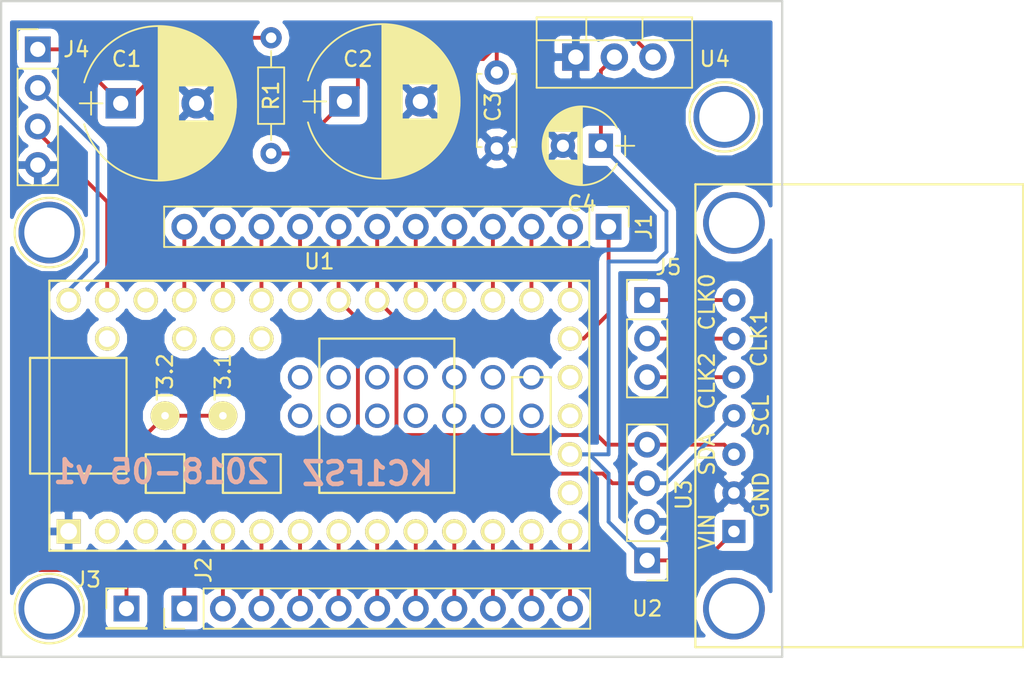
<source format=kicad_pcb>
(kicad_pcb (version 4) (host pcbnew 4.0.7)

  (general
    (links 51)
    (no_connects 0)
    (area 106.831381 45.644999 176.859001 90.526619)
    (thickness 1.6)
    (drawings 6)
    (tracks 89)
    (zones 0)
    (modules 17)
    (nets 34)
  )

  (page A4)
  (layers
    (0 F.Cu signal)
    (31 B.Cu signal)
    (32 B.Adhes user)
    (33 F.Adhes user)
    (34 B.Paste user)
    (35 F.Paste user)
    (36 B.SilkS user)
    (37 F.SilkS user)
    (38 B.Mask user)
    (39 F.Mask user)
    (40 Dwgs.User user)
    (41 Cmts.User user)
    (42 Eco1.User user)
    (43 Eco2.User user)
    (44 Edge.Cuts user)
    (45 Margin user)
    (46 B.CrtYd user)
    (47 F.CrtYd user)
    (48 B.Fab user)
    (49 F.Fab user)
  )

  (setup
    (last_trace_width 0.254)
    (trace_clearance 0.254)
    (zone_clearance 0.508)
    (zone_45_only no)
    (trace_min 0.254)
    (segment_width 0.2)
    (edge_width 0.15)
    (via_size 0.6858)
    (via_drill 0.3302)
    (via_min_size 0.6858)
    (via_min_drill 0.3302)
    (uvia_size 0.3)
    (uvia_drill 0.1)
    (uvias_allowed no)
    (uvia_min_size 0.2)
    (uvia_min_drill 0.1)
    (pcb_text_width 0.3)
    (pcb_text_size 1.5 1.5)
    (mod_edge_width 0.15)
    (mod_text_size 1 1)
    (mod_text_width 0.15)
    (pad_size 4.064 4.064)
    (pad_drill 3.302)
    (pad_to_mask_clearance 0.2)
    (aux_axis_origin 0 0)
    (visible_elements FFFFFF7F)
    (pcbplotparams
      (layerselection 0x010f0_80000001)
      (usegerberextensions false)
      (excludeedgelayer true)
      (linewidth 0.100000)
      (plotframeref false)
      (viasonmask false)
      (mode 1)
      (useauxorigin false)
      (hpglpennumber 1)
      (hpglpenspeed 20)
      (hpglpendiameter 15)
      (hpglpenoverlay 2)
      (psnegative false)
      (psa4output false)
      (plotreference true)
      (plotvalue false)
      (plotinvisibletext false)
      (padsonsilk false)
      (subtractmaskfromsilk true)
      (outputformat 1)
      (mirror false)
      (drillshape 0)
      (scaleselection 1)
      (outputdirectory GERBERS/))
  )

  (net 0 "")
  (net 1 VIN)
  (net 2 GND)
  (net 3 V33)
  (net 4 "Net-(J1-Pad1)")
  (net 5 "Net-(J1-Pad2)")
  (net 6 "Net-(J1-Pad3)")
  (net 7 "Net-(J1-Pad4)")
  (net 8 "Net-(J1-Pad5)")
  (net 9 "Net-(J1-Pad6)")
  (net 10 "Net-(J2-Pad1)")
  (net 11 "Net-(J2-Pad2)")
  (net 12 "Net-(J2-Pad3)")
  (net 13 "Net-(J2-Pad4)")
  (net 14 "Net-(J2-Pad5)")
  (net 15 "Net-(J2-Pad6)")
  (net 16 "Net-(J2-Pad7)")
  (net 17 "Net-(J2-Pad8)")
  (net 18 "Net-(J2-Pad9)")
  (net 19 "Net-(J2-Pad10)")
  (net 20 "Net-(J2-Pad11)")
  (net 21 "Net-(J3-Pad1)")
  (net 22 "Net-(J4-Pad2)")
  (net 23 "Net-(J4-Pad3)")
  (net 24 VFO_CLK)
  (net 25 AUX_CLK)
  (net 26 BFO_CLK)
  (net 27 I2C_SDA)
  (net 28 I2C_SCL)
  (net 29 "Net-(C2-Pad1)")
  (net 30 "Net-(J1-Pad9)")
  (net 31 "Net-(J1-Pad10)")
  (net 32 "Net-(J1-Pad11)")
  (net 33 "Net-(J1-Pad12)")

  (net_class Default "This is the default net class."
    (clearance 0.254)
    (trace_width 0.254)
    (via_dia 0.6858)
    (via_drill 0.3302)
    (uvia_dia 0.3)
    (uvia_drill 0.1)
    (add_net AUX_CLK)
    (add_net BFO_CLK)
    (add_net GND)
    (add_net I2C_SCL)
    (add_net I2C_SDA)
    (add_net "Net-(C2-Pad1)")
    (add_net "Net-(J1-Pad1)")
    (add_net "Net-(J1-Pad10)")
    (add_net "Net-(J1-Pad11)")
    (add_net "Net-(J1-Pad12)")
    (add_net "Net-(J1-Pad2)")
    (add_net "Net-(J1-Pad3)")
    (add_net "Net-(J1-Pad4)")
    (add_net "Net-(J1-Pad5)")
    (add_net "Net-(J1-Pad6)")
    (add_net "Net-(J1-Pad9)")
    (add_net "Net-(J2-Pad1)")
    (add_net "Net-(J2-Pad10)")
    (add_net "Net-(J2-Pad11)")
    (add_net "Net-(J2-Pad2)")
    (add_net "Net-(J2-Pad3)")
    (add_net "Net-(J2-Pad4)")
    (add_net "Net-(J2-Pad5)")
    (add_net "Net-(J2-Pad6)")
    (add_net "Net-(J2-Pad7)")
    (add_net "Net-(J2-Pad8)")
    (add_net "Net-(J2-Pad9)")
    (add_net "Net-(J3-Pad1)")
    (add_net "Net-(J4-Pad2)")
    (add_net "Net-(J4-Pad3)")
    (add_net V33)
    (add_net VFO_CLK)
    (add_net VIN)
  )

  (module kc1fsz-footprint-library:Adafruit_SI5351a_Module (layer F.Cu) (tedit 5B0DFB99) (tstamp 5B0DEAD9)
    (at 157.48 73.025 270)
    (path /5B0878AD)
    (fp_text reference U3 (at 5.207 3.302 270) (layer F.SilkS)
      (effects (font (size 1 1) (thickness 0.15)))
    )
    (fp_text value Adafruit_SI5351a (at 0 -5.08 270) (layer F.Fab)
      (effects (font (size 1 1) (thickness 0.15)))
    )
    (fp_line (start -15.24 2.54) (end 15.24 2.54) (layer F.SilkS) (width 0.15))
    (fp_line (start 15.24 2.54) (end 15.24 -19.05) (layer F.SilkS) (width 0.15))
    (fp_line (start 15.24 -19.05) (end -15.24 -19.05) (layer F.SilkS) (width 0.15))
    (fp_line (start -15.24 -19.05) (end -15.24 2.54) (layer F.SilkS) (width 0.15))
    (fp_text user CLK0 (at -7.493 1.778 270) (layer F.SilkS)
      (effects (font (size 1 1) (thickness 0.15)))
    )
    (fp_text user CLK1 (at -5.08 -1.651 270) (layer F.SilkS)
      (effects (font (size 1 1) (thickness 0.15)))
    )
    (fp_text user CLK2 (at -2.286 1.778 270) (layer F.SilkS)
      (effects (font (size 1 1) (thickness 0.15)))
    )
    (fp_text user SCL (at 0 -1.778 270) (layer F.SilkS)
      (effects (font (size 1 1) (thickness 0.15)))
    )
    (fp_text user SDA (at 2.54 1.778 270) (layer F.SilkS)
      (effects (font (size 1 1) (thickness 0.15)))
    )
    (fp_text user GND (at 5.207 -1.778 270) (layer F.SilkS)
      (effects (font (size 1 1) (thickness 0.15)))
    )
    (fp_text user VIN (at 7.62 1.778 270) (layer F.SilkS)
      (effects (font (size 1 1) (thickness 0.15)))
    )
    (pad 7 thru_hole circle (at -7.62 0 270) (size 1.524 1.524) (drill 0.762) (layers *.Cu *.Mask)
      (net 24 VFO_CLK))
    (pad 6 thru_hole circle (at -5.08 0 270) (size 1.524 1.524) (drill 0.762) (layers *.Cu *.Mask)
      (net 25 AUX_CLK))
    (pad 5 thru_hole circle (at -2.54 0 270) (size 1.524 1.524) (drill 0.762) (layers *.Cu *.Mask)
      (net 26 BFO_CLK))
    (pad 4 thru_hole circle (at 0 0 270) (size 1.524 1.524) (drill 0.762) (layers *.Cu *.Mask)
      (net 28 I2C_SCL))
    (pad 3 thru_hole circle (at 2.54 0 270) (size 1.524 1.524) (drill 0.762) (layers *.Cu *.Mask)
      (net 27 I2C_SDA))
    (pad 2 thru_hole circle (at 5.08 0 270) (size 1.524 1.524) (drill 0.762) (layers *.Cu *.Mask)
      (net 2 GND))
    (pad 1 thru_hole rect (at 7.62 0 270) (size 1.524 1.524) (drill 0.762) (layers *.Cu *.Mask)
      (net 3 V33))
    (pad "" thru_hole circle (at -12.7 0 270) (size 4.064 4.064) (drill 3.302) (layers *.Cu *.Mask))
    (pad "" thru_hole circle (at 12.7 0 270) (size 4.064 4.064) (drill 3.302) (layers *.Cu *.Mask))
  )

  (module Pin_Headers:Pin_Header_Straight_1x11_Pitch2.54mm (layer F.Cu) (tedit 5B0F47F7) (tstamp 5B0DEA71)
    (at 121.285 85.725 90)
    (descr "Through hole straight pin header, 1x11, 2.54mm pitch, single row")
    (tags "Through hole pin header THT 1x11 2.54mm single row")
    (path /5B0C7C51)
    (fp_text reference J2 (at 2.54 1.27 90) (layer F.SilkS)
      (effects (font (size 1 1) (thickness 0.15)))
    )
    (fp_text value Conn_01x11 (at 0 27.73 90) (layer F.Fab)
      (effects (font (size 1 1) (thickness 0.15)))
    )
    (fp_line (start -0.635 -1.27) (end 1.27 -1.27) (layer F.Fab) (width 0.1))
    (fp_line (start 1.27 -1.27) (end 1.27 26.67) (layer F.Fab) (width 0.1))
    (fp_line (start 1.27 26.67) (end -1.27 26.67) (layer F.Fab) (width 0.1))
    (fp_line (start -1.27 26.67) (end -1.27 -0.635) (layer F.Fab) (width 0.1))
    (fp_line (start -1.27 -0.635) (end -0.635 -1.27) (layer F.Fab) (width 0.1))
    (fp_line (start -1.33 26.73) (end 1.33 26.73) (layer F.SilkS) (width 0.12))
    (fp_line (start -1.33 1.27) (end -1.33 26.73) (layer F.SilkS) (width 0.12))
    (fp_line (start 1.33 1.27) (end 1.33 26.73) (layer F.SilkS) (width 0.12))
    (fp_line (start -1.33 1.27) (end 1.33 1.27) (layer F.SilkS) (width 0.12))
    (fp_line (start -1.33 0) (end -1.33 -1.33) (layer F.SilkS) (width 0.12))
    (fp_line (start -1.33 -1.33) (end 0 -1.33) (layer F.SilkS) (width 0.12))
    (fp_line (start -1.8 -1.8) (end -1.8 27.2) (layer F.CrtYd) (width 0.05))
    (fp_line (start -1.8 27.2) (end 1.8 27.2) (layer F.CrtYd) (width 0.05))
    (fp_line (start 1.8 27.2) (end 1.8 -1.8) (layer F.CrtYd) (width 0.05))
    (fp_line (start 1.8 -1.8) (end -1.8 -1.8) (layer F.CrtYd) (width 0.05))
    (fp_text user %R (at 0 12.7 180) (layer F.Fab)
      (effects (font (size 1 1) (thickness 0.15)))
    )
    (pad 1 thru_hole rect (at 0 0 90) (size 1.7 1.7) (drill 1) (layers *.Cu *.Mask)
      (net 10 "Net-(J2-Pad1)"))
    (pad 2 thru_hole oval (at 0 2.54 90) (size 1.7 1.7) (drill 1) (layers *.Cu *.Mask)
      (net 11 "Net-(J2-Pad2)"))
    (pad 3 thru_hole oval (at 0 5.08 90) (size 1.7 1.7) (drill 1) (layers *.Cu *.Mask)
      (net 12 "Net-(J2-Pad3)"))
    (pad 4 thru_hole oval (at 0 7.62 90) (size 1.7 1.7) (drill 1) (layers *.Cu *.Mask)
      (net 13 "Net-(J2-Pad4)"))
    (pad 5 thru_hole oval (at 0 10.16 90) (size 1.7 1.7) (drill 1) (layers *.Cu *.Mask)
      (net 14 "Net-(J2-Pad5)"))
    (pad 6 thru_hole oval (at 0 12.7 90) (size 1.7 1.7) (drill 1) (layers *.Cu *.Mask)
      (net 15 "Net-(J2-Pad6)"))
    (pad 7 thru_hole oval (at 0 15.24 90) (size 1.7 1.7) (drill 1) (layers *.Cu *.Mask)
      (net 16 "Net-(J2-Pad7)"))
    (pad 8 thru_hole oval (at 0 17.78 90) (size 1.7 1.7) (drill 1) (layers *.Cu *.Mask)
      (net 17 "Net-(J2-Pad8)"))
    (pad 9 thru_hole oval (at 0 20.32 90) (size 1.7 1.7) (drill 1) (layers *.Cu *.Mask)
      (net 18 "Net-(J2-Pad9)"))
    (pad 10 thru_hole oval (at 0 22.86 90) (size 1.7 1.7) (drill 1) (layers *.Cu *.Mask)
      (net 19 "Net-(J2-Pad10)"))
    (pad 11 thru_hole oval (at 0 25.4 90) (size 1.7 1.7) (drill 1) (layers *.Cu *.Mask)
      (net 20 "Net-(J2-Pad11)"))
    (model ${KISYS3DMOD}/Pin_Headers.3dshapes/Pin_Header_Straight_1x11_Pitch2.54mm.wrl
      (at (xyz 0 0 0))
      (scale (xyz 1 1 1))
      (rotate (xyz 0 0 0))
    )
  )

  (module Pin_Headers:Pin_Header_Straight_1x01_Pitch2.54mm (layer F.Cu) (tedit 5B0F44FE) (tstamp 5B0DEA76)
    (at 117.475 85.725)
    (descr "Through hole straight pin header, 1x01, 2.54mm pitch, single row")
    (tags "Through hole pin header THT 1x01 2.54mm single row")
    (path /5B0C8999)
    (fp_text reference J3 (at -2.54 -1.905) (layer F.SilkS)
      (effects (font (size 1 1) (thickness 0.15)))
    )
    (fp_text value Conn_01x01 (at 0 2.33) (layer F.Fab) hide
      (effects (font (size 1 1) (thickness 0.15)))
    )
    (fp_line (start -0.635 -1.27) (end 1.27 -1.27) (layer F.Fab) (width 0.1))
    (fp_line (start 1.27 -1.27) (end 1.27 1.27) (layer F.Fab) (width 0.1))
    (fp_line (start 1.27 1.27) (end -1.27 1.27) (layer F.Fab) (width 0.1))
    (fp_line (start -1.27 1.27) (end -1.27 -0.635) (layer F.Fab) (width 0.1))
    (fp_line (start -1.27 -0.635) (end -0.635 -1.27) (layer F.Fab) (width 0.1))
    (fp_line (start -1.33 1.33) (end 1.33 1.33) (layer F.SilkS) (width 0.12))
    (fp_line (start -1.33 1.27) (end -1.33 1.33) (layer F.SilkS) (width 0.12))
    (fp_line (start 1.33 1.27) (end 1.33 1.33) (layer F.SilkS) (width 0.12))
    (fp_line (start -1.33 1.27) (end 1.33 1.27) (layer F.SilkS) (width 0.12))
    (fp_line (start -1.33 0) (end -1.33 -1.33) (layer F.SilkS) (width 0.12))
    (fp_line (start -1.33 -1.33) (end 0 -1.33) (layer F.SilkS) (width 0.12))
    (fp_line (start -1.8 -1.8) (end -1.8 1.8) (layer F.CrtYd) (width 0.05))
    (fp_line (start -1.8 1.8) (end 1.8 1.8) (layer F.CrtYd) (width 0.05))
    (fp_line (start 1.8 1.8) (end 1.8 -1.8) (layer F.CrtYd) (width 0.05))
    (fp_line (start 1.8 -1.8) (end -1.8 -1.8) (layer F.CrtYd) (width 0.05))
    (fp_text user %R (at 0 0 90) (layer F.Fab)
      (effects (font (size 1 1) (thickness 0.15)))
    )
    (pad 1 thru_hole rect (at 0 0) (size 1.7 1.7) (drill 1) (layers *.Cu *.Mask)
      (net 21 "Net-(J3-Pad1)"))
    (model ${KISYS3DMOD}/Pin_Headers.3dshapes/Pin_Header_Straight_1x01_Pitch2.54mm.wrl
      (at (xyz 0 0 0))
      (scale (xyz 1 1 1))
      (rotate (xyz 0 0 0))
    )
  )

  (module Pin_Headers:Pin_Header_Straight_1x03_Pitch2.54mm (layer F.Cu) (tedit 5B0DFE4A) (tstamp 5B0DEA85)
    (at 151.765 65.405)
    (descr "Through hole straight pin header, 1x03, 2.54mm pitch, single row")
    (tags "Through hole pin header THT 1x03 2.54mm single row")
    (path /5B0C8A2D)
    (fp_text reference J5 (at 1.397 -2.159) (layer F.SilkS)
      (effects (font (size 1 1) (thickness 0.15)))
    )
    (fp_text value Conn_01x03 (at 0 7.41) (layer F.Fab)
      (effects (font (size 1 1) (thickness 0.15)))
    )
    (fp_line (start -0.635 -1.27) (end 1.27 -1.27) (layer F.Fab) (width 0.1))
    (fp_line (start 1.27 -1.27) (end 1.27 6.35) (layer F.Fab) (width 0.1))
    (fp_line (start 1.27 6.35) (end -1.27 6.35) (layer F.Fab) (width 0.1))
    (fp_line (start -1.27 6.35) (end -1.27 -0.635) (layer F.Fab) (width 0.1))
    (fp_line (start -1.27 -0.635) (end -0.635 -1.27) (layer F.Fab) (width 0.1))
    (fp_line (start -1.33 6.41) (end 1.33 6.41) (layer F.SilkS) (width 0.12))
    (fp_line (start -1.33 1.27) (end -1.33 6.41) (layer F.SilkS) (width 0.12))
    (fp_line (start 1.33 1.27) (end 1.33 6.41) (layer F.SilkS) (width 0.12))
    (fp_line (start -1.33 1.27) (end 1.33 1.27) (layer F.SilkS) (width 0.12))
    (fp_line (start -1.33 0) (end -1.33 -1.33) (layer F.SilkS) (width 0.12))
    (fp_line (start -1.33 -1.33) (end 0 -1.33) (layer F.SilkS) (width 0.12))
    (fp_line (start -1.8 -1.8) (end -1.8 6.85) (layer F.CrtYd) (width 0.05))
    (fp_line (start -1.8 6.85) (end 1.8 6.85) (layer F.CrtYd) (width 0.05))
    (fp_line (start 1.8 6.85) (end 1.8 -1.8) (layer F.CrtYd) (width 0.05))
    (fp_line (start 1.8 -1.8) (end -1.8 -1.8) (layer F.CrtYd) (width 0.05))
    (fp_text user %R (at 0 2.54 90) (layer F.Fab)
      (effects (font (size 1 1) (thickness 0.15)))
    )
    (pad 1 thru_hole rect (at 0 0) (size 1.7 1.7) (drill 1) (layers *.Cu *.Mask)
      (net 24 VFO_CLK))
    (pad 2 thru_hole oval (at 0 2.54) (size 1.7 1.7) (drill 1) (layers *.Cu *.Mask)
      (net 25 AUX_CLK))
    (pad 3 thru_hole oval (at 0 5.08) (size 1.7 1.7) (drill 1) (layers *.Cu *.Mask)
      (net 26 BFO_CLK))
    (model ${KISYS3DMOD}/Pin_Headers.3dshapes/Pin_Header_Straight_1x03_Pitch2.54mm.wrl
      (at (xyz 0 0 0))
      (scale (xyz 1 1 1))
      (rotate (xyz 0 0 0))
    )
  )

  (module kc1fsz-footprint-library:R_Axial_DIN0204_L3.6mm_D1.6mm_P7.62mm_Horizontal (layer F.Cu) (tedit 5B0DF17D) (tstamp 5B0DEA8B)
    (at 127 55.753 90)
    (descr "Resistor, Axial_DIN0204 series, Axial, Horizontal, pin pitch=7.62mm, 0.16666666666666666W = 1/6W, length*diameter=3.6*1.6mm^2, http://cdn-reichelt.de/documents/datenblatt/B400/1_4W%23YAG.pdf")
    (tags "Resistor Axial_DIN0204 series Axial Horizontal pin pitch 7.62mm 0.16666666666666666W = 1/6W length 3.6mm diameter 1.6mm")
    (path /5B087CE8)
    (fp_text reference R1 (at 3.81 0 90) (layer F.SilkS)
      (effects (font (size 1 1) (thickness 0.15)))
    )
    (fp_text value 10 (at 3.81 1.86 90) (layer F.Fab)
      (effects (font (size 1 1) (thickness 0.15)))
    )
    (fp_line (start 2.01 -0.8) (end 2.01 0.8) (layer F.Fab) (width 0.1))
    (fp_line (start 2.01 0.8) (end 5.61 0.8) (layer F.Fab) (width 0.1))
    (fp_line (start 5.61 0.8) (end 5.61 -0.8) (layer F.Fab) (width 0.1))
    (fp_line (start 5.61 -0.8) (end 2.01 -0.8) (layer F.Fab) (width 0.1))
    (fp_line (start 0 0) (end 2.01 0) (layer F.Fab) (width 0.1))
    (fp_line (start 7.62 0) (end 5.61 0) (layer F.Fab) (width 0.1))
    (fp_line (start 1.95 -0.86) (end 1.95 0.86) (layer F.SilkS) (width 0.12))
    (fp_line (start 1.95 0.86) (end 5.67 0.86) (layer F.SilkS) (width 0.12))
    (fp_line (start 5.67 0.86) (end 5.67 -0.86) (layer F.SilkS) (width 0.12))
    (fp_line (start 5.67 -0.86) (end 1.95 -0.86) (layer F.SilkS) (width 0.12))
    (fp_line (start 0.88 0) (end 1.95 0) (layer F.SilkS) (width 0.12))
    (fp_line (start 6.74 0) (end 5.67 0) (layer F.SilkS) (width 0.12))
    (fp_line (start -0.95 -1.15) (end -0.95 1.15) (layer F.CrtYd) (width 0.05))
    (fp_line (start -0.95 1.15) (end 8.6 1.15) (layer F.CrtYd) (width 0.05))
    (fp_line (start 8.6 1.15) (end 8.6 -1.15) (layer F.CrtYd) (width 0.05))
    (fp_line (start 8.6 -1.15) (end -0.95 -1.15) (layer F.CrtYd) (width 0.05))
    (pad 1 thru_hole circle (at 0 0 90) (size 1.4 1.4) (drill 0.7) (layers *.Cu *.Mask)
      (net 29 "Net-(C2-Pad1)"))
    (pad 2 thru_hole oval (at 7.62 0 90) (size 1.4 1.4) (drill 0.7) (layers *.Cu *.Mask)
      (net 1 VIN))
    (model ${KISYS3DMOD}/Resistors_THT.3dshapes/R_Axial_DIN0204_L3.6mm_D1.6mm_P7.62mm_Horizontal.wrl
      (at (xyz 0 0 0))
      (scale (xyz 0.393701 0.393701 0.393701))
      (rotate (xyz 0 0 0))
    )
  )

  (module teensy:Teensy30_31_32_LC (layer F.Cu) (tedit 5B0F47E4) (tstamp 5B0DEAC4)
    (at 130.175 73.025)
    (path /5B087324)
    (fp_text reference U1 (at 0 -10.16) (layer F.SilkS)
      (effects (font (size 1 1) (thickness 0.15)))
    )
    (fp_text value Teensy3.2 (at 0 10.16) (layer F.Fab) hide
      (effects (font (size 1 1) (thickness 0.15)))
    )
    (fp_text user T3.2 (at -10.16 -2.54 90) (layer F.SilkS)
      (effects (font (size 1 1) (thickness 0.15)))
    )
    (fp_text user T3.1 (at -6.35 -2.54 90) (layer F.SilkS)
      (effects (font (size 1 1) (thickness 0.15)))
    )
    (fp_line (start -17.78 3.81) (end -19.05 3.81) (layer F.SilkS) (width 0.15))
    (fp_line (start -19.05 3.81) (end -19.05 -3.81) (layer F.SilkS) (width 0.15))
    (fp_line (start -19.05 -3.81) (end -17.78 -3.81) (layer F.SilkS) (width 0.15))
    (fp_line (start -6.35 5.08) (end -2.54 5.08) (layer F.SilkS) (width 0.15))
    (fp_line (start -2.54 5.08) (end -2.54 2.54) (layer F.SilkS) (width 0.15))
    (fp_line (start -2.54 2.54) (end -6.35 2.54) (layer F.SilkS) (width 0.15))
    (fp_line (start -6.35 2.54) (end -6.35 5.08) (layer F.SilkS) (width 0.15))
    (fp_line (start -12.7 3.81) (end -12.7 -3.81) (layer F.SilkS) (width 0.15))
    (fp_line (start -12.7 -3.81) (end -17.78 -3.81) (layer F.SilkS) (width 0.15))
    (fp_line (start -12.7 3.81) (end -17.78 3.81) (layer F.SilkS) (width 0.15))
    (fp_line (start -11.43 5.08) (end -8.89 5.08) (layer F.SilkS) (width 0.15))
    (fp_line (start -8.89 5.08) (end -8.89 2.54) (layer F.SilkS) (width 0.15))
    (fp_line (start -8.89 2.54) (end -11.43 2.54) (layer F.SilkS) (width 0.15))
    (fp_line (start -11.43 2.54) (end -11.43 5.08) (layer F.SilkS) (width 0.15))
    (fp_line (start 15.24 -2.54) (end 15.24 2.54) (layer F.SilkS) (width 0.15))
    (fp_line (start 15.24 2.54) (end 12.7 2.54) (layer F.SilkS) (width 0.15))
    (fp_line (start 12.7 2.54) (end 12.7 -2.54) (layer F.SilkS) (width 0.15))
    (fp_line (start 12.7 -2.54) (end 15.24 -2.54) (layer F.SilkS) (width 0.15))
    (fp_line (start 8.89 5.08) (end 8.89 -5.08) (layer F.SilkS) (width 0.15))
    (fp_line (start 0 -5.08) (end 0 5.08) (layer F.SilkS) (width 0.15))
    (fp_line (start 8.89 -5.08) (end 0 -5.08) (layer F.SilkS) (width 0.15))
    (fp_line (start 8.89 5.08) (end 0 5.08) (layer F.SilkS) (width 0.15))
    (fp_line (start -17.78 -8.89) (end 17.78 -8.89) (layer F.SilkS) (width 0.15))
    (fp_line (start 17.78 -8.89) (end 17.78 8.89) (layer F.SilkS) (width 0.15))
    (fp_line (start 17.78 8.89) (end -17.78 8.89) (layer F.SilkS) (width 0.15))
    (fp_line (start -17.78 8.89) (end -17.78 -8.89) (layer F.SilkS) (width 0.15))
    (pad 17 thru_hole circle (at 16.51 0) (size 1.6 1.6) (drill 1.1) (layers *.Cu *.Mask F.SilkS))
    (pad 18 thru_hole circle (at 16.51 -2.54) (size 1.6 1.6) (drill 1.1) (layers *.Cu *.Mask F.SilkS))
    (pad 19 thru_hole circle (at 16.51 -5.08) (size 1.6 1.6) (drill 1.1) (layers *.Cu *.Mask F.SilkS)
      (net 4 "Net-(J1-Pad1)"))
    (pad 20 thru_hole circle (at 16.51 -7.62) (size 1.6 1.6) (drill 1.1) (layers *.Cu *.Mask F.SilkS)
      (net 5 "Net-(J1-Pad2)"))
    (pad 16 thru_hole circle (at 16.51 2.54) (size 1.6 1.6) (drill 1.1) (layers *.Cu *.Mask F.SilkS)
      (net 3 V33))
    (pad 15 thru_hole circle (at 16.51 5.08) (size 1.6 1.6) (drill 1.1) (layers *.Cu *.Mask F.SilkS))
    (pad 14 thru_hole circle (at 16.51 7.62) (size 1.6 1.6) (drill 1.1) (layers *.Cu *.Mask F.SilkS)
      (net 20 "Net-(J2-Pad11)"))
    (pad 21 thru_hole circle (at 13.97 -7.62) (size 1.6 1.6) (drill 1.1) (layers *.Cu *.Mask F.SilkS)
      (net 6 "Net-(J1-Pad3)"))
    (pad 22 thru_hole circle (at 11.43 -7.62) (size 1.6 1.6) (drill 1.1) (layers *.Cu *.Mask F.SilkS)
      (net 7 "Net-(J1-Pad4)"))
    (pad 23 thru_hole circle (at 8.89 -7.62) (size 1.6 1.6) (drill 1.1) (layers *.Cu *.Mask F.SilkS)
      (net 8 "Net-(J1-Pad5)"))
    (pad 24 thru_hole circle (at 6.35 -7.62) (size 1.6 1.6) (drill 1.1) (layers *.Cu *.Mask F.SilkS)
      (net 9 "Net-(J1-Pad6)"))
    (pad 25 thru_hole circle (at 3.81 -7.62) (size 1.6 1.6) (drill 1.1) (layers *.Cu *.Mask F.SilkS)
      (net 27 I2C_SDA))
    (pad 26 thru_hole circle (at 1.27 -7.62) (size 1.6 1.6) (drill 1.1) (layers *.Cu *.Mask F.SilkS)
      (net 28 I2C_SCL))
    (pad 27 thru_hole circle (at -1.27 -7.62) (size 1.6 1.6) (drill 1.1) (layers *.Cu *.Mask F.SilkS)
      (net 30 "Net-(J1-Pad9)"))
    (pad 28 thru_hole circle (at -3.81 -7.62) (size 1.6 1.6) (drill 1.1) (layers *.Cu *.Mask F.SilkS)
      (net 31 "Net-(J1-Pad10)"))
    (pad 29 thru_hole circle (at -6.35 -7.62) (size 1.6 1.6) (drill 1.1) (layers *.Cu *.Mask F.SilkS)
      (net 32 "Net-(J1-Pad11)"))
    (pad 30 thru_hole circle (at -8.89 -7.62) (size 1.6 1.6) (drill 1.1) (layers *.Cu *.Mask F.SilkS)
      (net 33 "Net-(J1-Pad12)"))
    (pad 31 thru_hole circle (at -11.43 -7.62) (size 1.6 1.6) (drill 1.1) (layers *.Cu *.Mask F.SilkS))
    (pad 32 thru_hole circle (at -13.97 -7.62) (size 1.6 1.6) (drill 1.1) (layers *.Cu *.Mask F.SilkS)
      (net 23 "Net-(J4-Pad3)"))
    (pad 33 thru_hole circle (at -16.51 -7.62) (size 1.6 1.6) (drill 1.1) (layers *.Cu *.Mask F.SilkS)
      (net 22 "Net-(J4-Pad2)"))
    (pad 34 thru_hole circle (at -13.97 -5.08) (size 1.6 1.6) (drill 1.1) (layers *.Cu *.Mask F.SilkS))
    (pad 35 thru_hole circle (at -8.89 -5.08) (size 1.6 1.6) (drill 1.1) (layers *.Cu *.Mask F.SilkS))
    (pad 36 thru_hole circle (at -6.35 -5.08) (size 1.6 1.6) (drill 1.1) (layers *.Cu *.Mask F.SilkS))
    (pad 37 thru_hole circle (at -3.81 -5.08) (size 1.6 1.6) (drill 1.1) (layers *.Cu *.Mask F.SilkS))
    (pad 13 thru_hole circle (at 13.97 7.62) (size 1.6 1.6) (drill 1.1) (layers *.Cu *.Mask F.SilkS)
      (net 19 "Net-(J2-Pad10)"))
    (pad 12 thru_hole circle (at 11.43 7.62) (size 1.6 1.6) (drill 1.1) (layers *.Cu *.Mask F.SilkS)
      (net 18 "Net-(J2-Pad9)"))
    (pad 11 thru_hole circle (at 8.89 7.62) (size 1.6 1.6) (drill 1.1) (layers *.Cu *.Mask F.SilkS)
      (net 17 "Net-(J2-Pad8)"))
    (pad 10 thru_hole circle (at 6.35 7.62) (size 1.6 1.6) (drill 1.1) (layers *.Cu *.Mask F.SilkS)
      (net 16 "Net-(J2-Pad7)"))
    (pad 9 thru_hole circle (at 3.81 7.62) (size 1.6 1.6) (drill 1.1) (layers *.Cu *.Mask F.SilkS)
      (net 15 "Net-(J2-Pad6)"))
    (pad 8 thru_hole circle (at 1.27 7.62) (size 1.6 1.6) (drill 1.1) (layers *.Cu *.Mask F.SilkS)
      (net 14 "Net-(J2-Pad5)"))
    (pad 7 thru_hole circle (at -1.27 7.62) (size 1.6 1.6) (drill 1.1) (layers *.Cu *.Mask F.SilkS)
      (net 13 "Net-(J2-Pad4)"))
    (pad 6 thru_hole circle (at -3.81 7.62) (size 1.6 1.6) (drill 1.1) (layers *.Cu *.Mask F.SilkS)
      (net 12 "Net-(J2-Pad3)"))
    (pad 5 thru_hole circle (at -6.35 7.62) (size 1.6 1.6) (drill 1.1) (layers *.Cu *.Mask F.SilkS)
      (net 11 "Net-(J2-Pad2)"))
    (pad 4 thru_hole circle (at -8.89 7.62) (size 1.6 1.6) (drill 1.1) (layers *.Cu *.Mask F.SilkS)
      (net 10 "Net-(J2-Pad1)"))
    (pad 3 thru_hole circle (at -11.43 7.62) (size 1.6 1.6) (drill 1.1) (layers *.Cu *.Mask F.SilkS))
    (pad 2 thru_hole circle (at -13.97 7.62) (size 1.6 1.6) (drill 1.1) (layers *.Cu *.Mask F.SilkS))
    (pad 1 thru_hole rect (at -16.51 7.62) (size 1.6 1.6) (drill 1.1) (layers *.Cu *.Mask F.SilkS)
      (net 2 GND))
    (pad 38 thru_hole circle (at -1.27 0) (size 1.6 1.6) (drill 1.1) (layers *.Cu *.Mask))
    (pad 39 thru_hole circle (at 1.27 0) (size 1.6 1.6) (drill 1.1) (layers *.Cu *.Mask))
    (pad 40 thru_hole circle (at 3.81 0) (size 1.6 1.6) (drill 1.1) (layers *.Cu *.Mask))
    (pad 41 thru_hole circle (at 6.35 0) (size 1.6 1.6) (drill 1.1) (layers *.Cu *.Mask))
    (pad 42 thru_hole circle (at 8.89 0) (size 1.6 1.6) (drill 1.1) (layers *.Cu *.Mask))
    (pad 43 thru_hole circle (at 11.43 0) (size 1.6 1.6) (drill 1.1) (layers *.Cu *.Mask))
    (pad 44 thru_hole circle (at 13.97 0) (size 1.6 1.6) (drill 1.1) (layers *.Cu *.Mask))
    (pad 45 thru_hole circle (at 13.97 -2.54) (size 1.6 1.6) (drill 1.1) (layers *.Cu *.Mask))
    (pad 46 thru_hole circle (at 11.43 -2.54) (size 1.6 1.6) (drill 1.1) (layers *.Cu *.Mask))
    (pad 47 thru_hole circle (at 8.89 -2.54) (size 1.6 1.6) (drill 1.1) (layers *.Cu *.Mask))
    (pad 48 thru_hole circle (at 6.35 -2.54) (size 1.6 1.6) (drill 1.1) (layers *.Cu *.Mask))
    (pad 49 thru_hole circle (at 3.81 -2.54) (size 1.6 1.6) (drill 1.1) (layers *.Cu *.Mask))
    (pad 50 thru_hole circle (at 1.27 -2.54) (size 1.6 1.6) (drill 1.1) (layers *.Cu *.Mask))
    (pad 51 thru_hole circle (at -1.27 -2.54) (size 1.6 1.6) (drill 1.1) (layers *.Cu *.Mask))
    (pad 52 thru_hole circle (at -6.35 0) (size 1.9 1.9) (drill 0.5) (layers *.Cu *.Mask F.SilkS)
      (net 21 "Net-(J3-Pad1)"))
    (pad 52 thru_hole circle (at -10.16 0) (size 1.9 1.9) (drill 0.5) (layers *.Cu *.Mask F.SilkS)
      (net 21 "Net-(J3-Pad1)"))
  )

  (module Pin_Headers:Pin_Header_Straight_1x04_Pitch2.54mm (layer F.Cu) (tedit 5B0DF1B2) (tstamp 5B0DEACC)
    (at 151.765 82.55 180)
    (descr "Through hole straight pin header, 1x04, 2.54mm pitch, single row")
    (tags "Through hole pin header THT 1x04 2.54mm single row")
    (path /5B08780C)
    (fp_text reference U2 (at 0 -3.175 180) (layer F.SilkS)
      (effects (font (size 1 1) (thickness 0.15)))
    )
    (fp_text value OLED_128x64 (at 0 9.95 180) (layer F.Fab)
      (effects (font (size 1 1) (thickness 0.15)))
    )
    (fp_line (start -0.635 -1.27) (end 1.27 -1.27) (layer F.Fab) (width 0.1))
    (fp_line (start 1.27 -1.27) (end 1.27 8.89) (layer F.Fab) (width 0.1))
    (fp_line (start 1.27 8.89) (end -1.27 8.89) (layer F.Fab) (width 0.1))
    (fp_line (start -1.27 8.89) (end -1.27 -0.635) (layer F.Fab) (width 0.1))
    (fp_line (start -1.27 -0.635) (end -0.635 -1.27) (layer F.Fab) (width 0.1))
    (fp_line (start -1.33 8.95) (end 1.33 8.95) (layer F.SilkS) (width 0.12))
    (fp_line (start -1.33 1.27) (end -1.33 8.95) (layer F.SilkS) (width 0.12))
    (fp_line (start 1.33 1.27) (end 1.33 8.95) (layer F.SilkS) (width 0.12))
    (fp_line (start -1.33 1.27) (end 1.33 1.27) (layer F.SilkS) (width 0.12))
    (fp_line (start -1.33 0) (end -1.33 -1.33) (layer F.SilkS) (width 0.12))
    (fp_line (start -1.33 -1.33) (end 0 -1.33) (layer F.SilkS) (width 0.12))
    (fp_line (start -1.8 -1.8) (end -1.8 9.4) (layer F.CrtYd) (width 0.05))
    (fp_line (start -1.8 9.4) (end 1.8 9.4) (layer F.CrtYd) (width 0.05))
    (fp_line (start 1.8 9.4) (end 1.8 -1.8) (layer F.CrtYd) (width 0.05))
    (fp_line (start 1.8 -1.8) (end -1.8 -1.8) (layer F.CrtYd) (width 0.05))
    (fp_text user %R (at 0 3.81 270) (layer F.Fab)
      (effects (font (size 1 1) (thickness 0.15)))
    )
    (pad 1 thru_hole rect (at 0 0 180) (size 1.7 1.7) (drill 1) (layers *.Cu *.Mask)
      (net 3 V33))
    (pad 2 thru_hole oval (at 0 2.54 180) (size 1.7 1.7) (drill 1) (layers *.Cu *.Mask)
      (net 2 GND))
    (pad 3 thru_hole oval (at 0 5.08 180) (size 1.7 1.7) (drill 1) (layers *.Cu *.Mask)
      (net 28 I2C_SCL))
    (pad 4 thru_hole oval (at 0 7.62 180) (size 1.7 1.7) (drill 1) (layers *.Cu *.Mask)
      (net 27 I2C_SDA))
    (model ${KISYS3DMOD}/Pin_Headers.3dshapes/Pin_Header_Straight_1x04_Pitch2.54mm.wrl
      (at (xyz 0 0 0))
      (scale (xyz 1 1 1))
      (rotate (xyz 0 0 0))
    )
  )

  (module Pin_Headers:Pin_Header_Straight_1x04_Pitch2.54mm (layer F.Cu) (tedit 5B0F44E9) (tstamp 5B0DED18)
    (at 111.633 48.895)
    (descr "Through hole straight pin header, 1x04, 2.54mm pitch, single row")
    (tags "Through hole pin header THT 1x04 2.54mm single row")
    (path /5B0C80C0)
    (fp_text reference J4 (at 2.54 0) (layer F.SilkS)
      (effects (font (size 1 1) (thickness 0.15)))
    )
    (fp_text value Conn_01x04 (at 0 9.95) (layer F.Fab) hide
      (effects (font (size 1 1) (thickness 0.15)))
    )
    (fp_line (start -0.635 -1.27) (end 1.27 -1.27) (layer F.Fab) (width 0.1))
    (fp_line (start 1.27 -1.27) (end 1.27 8.89) (layer F.Fab) (width 0.1))
    (fp_line (start 1.27 8.89) (end -1.27 8.89) (layer F.Fab) (width 0.1))
    (fp_line (start -1.27 8.89) (end -1.27 -0.635) (layer F.Fab) (width 0.1))
    (fp_line (start -1.27 -0.635) (end -0.635 -1.27) (layer F.Fab) (width 0.1))
    (fp_line (start -1.33 8.95) (end 1.33 8.95) (layer F.SilkS) (width 0.12))
    (fp_line (start -1.33 1.27) (end -1.33 8.95) (layer F.SilkS) (width 0.12))
    (fp_line (start 1.33 1.27) (end 1.33 8.95) (layer F.SilkS) (width 0.12))
    (fp_line (start -1.33 1.27) (end 1.33 1.27) (layer F.SilkS) (width 0.12))
    (fp_line (start -1.33 0) (end -1.33 -1.33) (layer F.SilkS) (width 0.12))
    (fp_line (start -1.33 -1.33) (end 0 -1.33) (layer F.SilkS) (width 0.12))
    (fp_line (start -1.8 -1.8) (end -1.8 9.4) (layer F.CrtYd) (width 0.05))
    (fp_line (start -1.8 9.4) (end 1.8 9.4) (layer F.CrtYd) (width 0.05))
    (fp_line (start 1.8 9.4) (end 1.8 -1.8) (layer F.CrtYd) (width 0.05))
    (fp_line (start 1.8 -1.8) (end -1.8 -1.8) (layer F.CrtYd) (width 0.05))
    (fp_text user %R (at 0 3.81 90) (layer F.Fab)
      (effects (font (size 1 1) (thickness 0.15)))
    )
    (pad 1 thru_hole rect (at 0 0) (size 1.7 1.7) (drill 1) (layers *.Cu *.Mask)
      (net 1 VIN))
    (pad 2 thru_hole oval (at 0 2.54) (size 1.7 1.7) (drill 1) (layers *.Cu *.Mask)
      (net 22 "Net-(J4-Pad2)"))
    (pad 3 thru_hole oval (at 0 5.08) (size 1.7 1.7) (drill 1) (layers *.Cu *.Mask)
      (net 23 "Net-(J4-Pad3)"))
    (pad 4 thru_hole oval (at 0 7.62) (size 1.7 1.7) (drill 1) (layers *.Cu *.Mask)
      (net 2 GND))
    (model ${KISYS3DMOD}/Pin_Headers.3dshapes/Pin_Header_Straight_1x04_Pitch2.54mm.wrl
      (at (xyz 0 0 0))
      (scale (xyz 1 1 1))
      (rotate (xyz 0 0 0))
    )
  )

  (module Capacitors_THT:CP_Radial_D10.0mm_P5.00mm (layer F.Cu) (tedit 5B0F4679) (tstamp 5B0F2A8B)
    (at 117.094 52.451)
    (descr "CP, Radial series, Radial, pin pitch=5.00mm, , diameter=10mm, Electrolytic Capacitor")
    (tags "CP Radial series Radial pin pitch 5.00mm  diameter 10mm Electrolytic Capacitor")
    (path /5B0C71EC)
    (fp_text reference C1 (at 0.381 -2.921) (layer F.SilkS)
      (effects (font (size 1 1) (thickness 0.15)))
    )
    (fp_text value 220u (at 2.5 6.31) (layer F.Fab)
      (effects (font (size 1 1) (thickness 0.15)))
    )
    (fp_arc (start 2.5 0) (end -2.399357 -1.38) (angle 148.5) (layer F.SilkS) (width 0.12))
    (fp_arc (start 2.5 0) (end -2.399357 1.38) (angle -148.5) (layer F.SilkS) (width 0.12))
    (fp_arc (start 2.5 0) (end 7.399357 -1.38) (angle 31.5) (layer F.SilkS) (width 0.12))
    (fp_circle (center 2.5 0) (end 7.5 0) (layer F.Fab) (width 0.1))
    (fp_line (start -2.7 0) (end -1.2 0) (layer F.Fab) (width 0.1))
    (fp_line (start -1.95 -0.75) (end -1.95 0.75) (layer F.Fab) (width 0.1))
    (fp_line (start 2.5 -5.05) (end 2.5 5.05) (layer F.SilkS) (width 0.12))
    (fp_line (start 2.54 -5.05) (end 2.54 5.05) (layer F.SilkS) (width 0.12))
    (fp_line (start 2.58 -5.05) (end 2.58 5.05) (layer F.SilkS) (width 0.12))
    (fp_line (start 2.62 -5.049) (end 2.62 5.049) (layer F.SilkS) (width 0.12))
    (fp_line (start 2.66 -5.048) (end 2.66 5.048) (layer F.SilkS) (width 0.12))
    (fp_line (start 2.7 -5.047) (end 2.7 5.047) (layer F.SilkS) (width 0.12))
    (fp_line (start 2.74 -5.045) (end 2.74 5.045) (layer F.SilkS) (width 0.12))
    (fp_line (start 2.78 -5.043) (end 2.78 5.043) (layer F.SilkS) (width 0.12))
    (fp_line (start 2.82 -5.04) (end 2.82 5.04) (layer F.SilkS) (width 0.12))
    (fp_line (start 2.86 -5.038) (end 2.86 5.038) (layer F.SilkS) (width 0.12))
    (fp_line (start 2.9 -5.035) (end 2.9 5.035) (layer F.SilkS) (width 0.12))
    (fp_line (start 2.94 -5.031) (end 2.94 5.031) (layer F.SilkS) (width 0.12))
    (fp_line (start 2.98 -5.028) (end 2.98 5.028) (layer F.SilkS) (width 0.12))
    (fp_line (start 3.02 -5.024) (end 3.02 5.024) (layer F.SilkS) (width 0.12))
    (fp_line (start 3.06 -5.02) (end 3.06 5.02) (layer F.SilkS) (width 0.12))
    (fp_line (start 3.1 -5.015) (end 3.1 5.015) (layer F.SilkS) (width 0.12))
    (fp_line (start 3.14 -5.01) (end 3.14 5.01) (layer F.SilkS) (width 0.12))
    (fp_line (start 3.18 -5.005) (end 3.18 5.005) (layer F.SilkS) (width 0.12))
    (fp_line (start 3.221 -4.999) (end 3.221 4.999) (layer F.SilkS) (width 0.12))
    (fp_line (start 3.261 -4.993) (end 3.261 4.993) (layer F.SilkS) (width 0.12))
    (fp_line (start 3.301 -4.987) (end 3.301 4.987) (layer F.SilkS) (width 0.12))
    (fp_line (start 3.341 -4.981) (end 3.341 4.981) (layer F.SilkS) (width 0.12))
    (fp_line (start 3.381 -4.974) (end 3.381 4.974) (layer F.SilkS) (width 0.12))
    (fp_line (start 3.421 -4.967) (end 3.421 4.967) (layer F.SilkS) (width 0.12))
    (fp_line (start 3.461 -4.959) (end 3.461 4.959) (layer F.SilkS) (width 0.12))
    (fp_line (start 3.501 -4.951) (end 3.501 4.951) (layer F.SilkS) (width 0.12))
    (fp_line (start 3.541 -4.943) (end 3.541 4.943) (layer F.SilkS) (width 0.12))
    (fp_line (start 3.581 -4.935) (end 3.581 4.935) (layer F.SilkS) (width 0.12))
    (fp_line (start 3.621 -4.926) (end 3.621 4.926) (layer F.SilkS) (width 0.12))
    (fp_line (start 3.661 -4.917) (end 3.661 4.917) (layer F.SilkS) (width 0.12))
    (fp_line (start 3.701 -4.907) (end 3.701 4.907) (layer F.SilkS) (width 0.12))
    (fp_line (start 3.741 -4.897) (end 3.741 4.897) (layer F.SilkS) (width 0.12))
    (fp_line (start 3.781 -4.887) (end 3.781 4.887) (layer F.SilkS) (width 0.12))
    (fp_line (start 3.821 -4.876) (end 3.821 -1.181) (layer F.SilkS) (width 0.12))
    (fp_line (start 3.821 1.181) (end 3.821 4.876) (layer F.SilkS) (width 0.12))
    (fp_line (start 3.861 -4.865) (end 3.861 -1.181) (layer F.SilkS) (width 0.12))
    (fp_line (start 3.861 1.181) (end 3.861 4.865) (layer F.SilkS) (width 0.12))
    (fp_line (start 3.901 -4.854) (end 3.901 -1.181) (layer F.SilkS) (width 0.12))
    (fp_line (start 3.901 1.181) (end 3.901 4.854) (layer F.SilkS) (width 0.12))
    (fp_line (start 3.941 -4.843) (end 3.941 -1.181) (layer F.SilkS) (width 0.12))
    (fp_line (start 3.941 1.181) (end 3.941 4.843) (layer F.SilkS) (width 0.12))
    (fp_line (start 3.981 -4.831) (end 3.981 -1.181) (layer F.SilkS) (width 0.12))
    (fp_line (start 3.981 1.181) (end 3.981 4.831) (layer F.SilkS) (width 0.12))
    (fp_line (start 4.021 -4.818) (end 4.021 -1.181) (layer F.SilkS) (width 0.12))
    (fp_line (start 4.021 1.181) (end 4.021 4.818) (layer F.SilkS) (width 0.12))
    (fp_line (start 4.061 -4.806) (end 4.061 -1.181) (layer F.SilkS) (width 0.12))
    (fp_line (start 4.061 1.181) (end 4.061 4.806) (layer F.SilkS) (width 0.12))
    (fp_line (start 4.101 -4.792) (end 4.101 -1.181) (layer F.SilkS) (width 0.12))
    (fp_line (start 4.101 1.181) (end 4.101 4.792) (layer F.SilkS) (width 0.12))
    (fp_line (start 4.141 -4.779) (end 4.141 -1.181) (layer F.SilkS) (width 0.12))
    (fp_line (start 4.141 1.181) (end 4.141 4.779) (layer F.SilkS) (width 0.12))
    (fp_line (start 4.181 -4.765) (end 4.181 -1.181) (layer F.SilkS) (width 0.12))
    (fp_line (start 4.181 1.181) (end 4.181 4.765) (layer F.SilkS) (width 0.12))
    (fp_line (start 4.221 -4.751) (end 4.221 -1.181) (layer F.SilkS) (width 0.12))
    (fp_line (start 4.221 1.181) (end 4.221 4.751) (layer F.SilkS) (width 0.12))
    (fp_line (start 4.261 -4.737) (end 4.261 -1.181) (layer F.SilkS) (width 0.12))
    (fp_line (start 4.261 1.181) (end 4.261 4.737) (layer F.SilkS) (width 0.12))
    (fp_line (start 4.301 -4.722) (end 4.301 -1.181) (layer F.SilkS) (width 0.12))
    (fp_line (start 4.301 1.181) (end 4.301 4.722) (layer F.SilkS) (width 0.12))
    (fp_line (start 4.341 -4.706) (end 4.341 -1.181) (layer F.SilkS) (width 0.12))
    (fp_line (start 4.341 1.181) (end 4.341 4.706) (layer F.SilkS) (width 0.12))
    (fp_line (start 4.381 -4.691) (end 4.381 -1.181) (layer F.SilkS) (width 0.12))
    (fp_line (start 4.381 1.181) (end 4.381 4.691) (layer F.SilkS) (width 0.12))
    (fp_line (start 4.421 -4.674) (end 4.421 -1.181) (layer F.SilkS) (width 0.12))
    (fp_line (start 4.421 1.181) (end 4.421 4.674) (layer F.SilkS) (width 0.12))
    (fp_line (start 4.461 -4.658) (end 4.461 -1.181) (layer F.SilkS) (width 0.12))
    (fp_line (start 4.461 1.181) (end 4.461 4.658) (layer F.SilkS) (width 0.12))
    (fp_line (start 4.501 -4.641) (end 4.501 -1.181) (layer F.SilkS) (width 0.12))
    (fp_line (start 4.501 1.181) (end 4.501 4.641) (layer F.SilkS) (width 0.12))
    (fp_line (start 4.541 -4.624) (end 4.541 -1.181) (layer F.SilkS) (width 0.12))
    (fp_line (start 4.541 1.181) (end 4.541 4.624) (layer F.SilkS) (width 0.12))
    (fp_line (start 4.581 -4.606) (end 4.581 -1.181) (layer F.SilkS) (width 0.12))
    (fp_line (start 4.581 1.181) (end 4.581 4.606) (layer F.SilkS) (width 0.12))
    (fp_line (start 4.621 -4.588) (end 4.621 -1.181) (layer F.SilkS) (width 0.12))
    (fp_line (start 4.621 1.181) (end 4.621 4.588) (layer F.SilkS) (width 0.12))
    (fp_line (start 4.661 -4.569) (end 4.661 -1.181) (layer F.SilkS) (width 0.12))
    (fp_line (start 4.661 1.181) (end 4.661 4.569) (layer F.SilkS) (width 0.12))
    (fp_line (start 4.701 -4.55) (end 4.701 -1.181) (layer F.SilkS) (width 0.12))
    (fp_line (start 4.701 1.181) (end 4.701 4.55) (layer F.SilkS) (width 0.12))
    (fp_line (start 4.741 -4.531) (end 4.741 -1.181) (layer F.SilkS) (width 0.12))
    (fp_line (start 4.741 1.181) (end 4.741 4.531) (layer F.SilkS) (width 0.12))
    (fp_line (start 4.781 -4.511) (end 4.781 -1.181) (layer F.SilkS) (width 0.12))
    (fp_line (start 4.781 1.181) (end 4.781 4.511) (layer F.SilkS) (width 0.12))
    (fp_line (start 4.821 -4.491) (end 4.821 -1.181) (layer F.SilkS) (width 0.12))
    (fp_line (start 4.821 1.181) (end 4.821 4.491) (layer F.SilkS) (width 0.12))
    (fp_line (start 4.861 -4.47) (end 4.861 -1.181) (layer F.SilkS) (width 0.12))
    (fp_line (start 4.861 1.181) (end 4.861 4.47) (layer F.SilkS) (width 0.12))
    (fp_line (start 4.901 -4.449) (end 4.901 -1.181) (layer F.SilkS) (width 0.12))
    (fp_line (start 4.901 1.181) (end 4.901 4.449) (layer F.SilkS) (width 0.12))
    (fp_line (start 4.941 -4.428) (end 4.941 -1.181) (layer F.SilkS) (width 0.12))
    (fp_line (start 4.941 1.181) (end 4.941 4.428) (layer F.SilkS) (width 0.12))
    (fp_line (start 4.981 -4.405) (end 4.981 -1.181) (layer F.SilkS) (width 0.12))
    (fp_line (start 4.981 1.181) (end 4.981 4.405) (layer F.SilkS) (width 0.12))
    (fp_line (start 5.021 -4.383) (end 5.021 -1.181) (layer F.SilkS) (width 0.12))
    (fp_line (start 5.021 1.181) (end 5.021 4.383) (layer F.SilkS) (width 0.12))
    (fp_line (start 5.061 -4.36) (end 5.061 -1.181) (layer F.SilkS) (width 0.12))
    (fp_line (start 5.061 1.181) (end 5.061 4.36) (layer F.SilkS) (width 0.12))
    (fp_line (start 5.101 -4.336) (end 5.101 -1.181) (layer F.SilkS) (width 0.12))
    (fp_line (start 5.101 1.181) (end 5.101 4.336) (layer F.SilkS) (width 0.12))
    (fp_line (start 5.141 -4.312) (end 5.141 -1.181) (layer F.SilkS) (width 0.12))
    (fp_line (start 5.141 1.181) (end 5.141 4.312) (layer F.SilkS) (width 0.12))
    (fp_line (start 5.181 -4.288) (end 5.181 -1.181) (layer F.SilkS) (width 0.12))
    (fp_line (start 5.181 1.181) (end 5.181 4.288) (layer F.SilkS) (width 0.12))
    (fp_line (start 5.221 -4.263) (end 5.221 -1.181) (layer F.SilkS) (width 0.12))
    (fp_line (start 5.221 1.181) (end 5.221 4.263) (layer F.SilkS) (width 0.12))
    (fp_line (start 5.261 -4.237) (end 5.261 -1.181) (layer F.SilkS) (width 0.12))
    (fp_line (start 5.261 1.181) (end 5.261 4.237) (layer F.SilkS) (width 0.12))
    (fp_line (start 5.301 -4.211) (end 5.301 -1.181) (layer F.SilkS) (width 0.12))
    (fp_line (start 5.301 1.181) (end 5.301 4.211) (layer F.SilkS) (width 0.12))
    (fp_line (start 5.341 -4.185) (end 5.341 -1.181) (layer F.SilkS) (width 0.12))
    (fp_line (start 5.341 1.181) (end 5.341 4.185) (layer F.SilkS) (width 0.12))
    (fp_line (start 5.381 -4.157) (end 5.381 -1.181) (layer F.SilkS) (width 0.12))
    (fp_line (start 5.381 1.181) (end 5.381 4.157) (layer F.SilkS) (width 0.12))
    (fp_line (start 5.421 -4.13) (end 5.421 -1.181) (layer F.SilkS) (width 0.12))
    (fp_line (start 5.421 1.181) (end 5.421 4.13) (layer F.SilkS) (width 0.12))
    (fp_line (start 5.461 -4.101) (end 5.461 -1.181) (layer F.SilkS) (width 0.12))
    (fp_line (start 5.461 1.181) (end 5.461 4.101) (layer F.SilkS) (width 0.12))
    (fp_line (start 5.501 -4.072) (end 5.501 -1.181) (layer F.SilkS) (width 0.12))
    (fp_line (start 5.501 1.181) (end 5.501 4.072) (layer F.SilkS) (width 0.12))
    (fp_line (start 5.541 -4.043) (end 5.541 -1.181) (layer F.SilkS) (width 0.12))
    (fp_line (start 5.541 1.181) (end 5.541 4.043) (layer F.SilkS) (width 0.12))
    (fp_line (start 5.581 -4.013) (end 5.581 -1.181) (layer F.SilkS) (width 0.12))
    (fp_line (start 5.581 1.181) (end 5.581 4.013) (layer F.SilkS) (width 0.12))
    (fp_line (start 5.621 -3.982) (end 5.621 -1.181) (layer F.SilkS) (width 0.12))
    (fp_line (start 5.621 1.181) (end 5.621 3.982) (layer F.SilkS) (width 0.12))
    (fp_line (start 5.661 -3.951) (end 5.661 -1.181) (layer F.SilkS) (width 0.12))
    (fp_line (start 5.661 1.181) (end 5.661 3.951) (layer F.SilkS) (width 0.12))
    (fp_line (start 5.701 -3.919) (end 5.701 -1.181) (layer F.SilkS) (width 0.12))
    (fp_line (start 5.701 1.181) (end 5.701 3.919) (layer F.SilkS) (width 0.12))
    (fp_line (start 5.741 -3.886) (end 5.741 -1.181) (layer F.SilkS) (width 0.12))
    (fp_line (start 5.741 1.181) (end 5.741 3.886) (layer F.SilkS) (width 0.12))
    (fp_line (start 5.781 -3.853) (end 5.781 -1.181) (layer F.SilkS) (width 0.12))
    (fp_line (start 5.781 1.181) (end 5.781 3.853) (layer F.SilkS) (width 0.12))
    (fp_line (start 5.821 -3.819) (end 5.821 -1.181) (layer F.SilkS) (width 0.12))
    (fp_line (start 5.821 1.181) (end 5.821 3.819) (layer F.SilkS) (width 0.12))
    (fp_line (start 5.861 -3.784) (end 5.861 -1.181) (layer F.SilkS) (width 0.12))
    (fp_line (start 5.861 1.181) (end 5.861 3.784) (layer F.SilkS) (width 0.12))
    (fp_line (start 5.901 -3.748) (end 5.901 -1.181) (layer F.SilkS) (width 0.12))
    (fp_line (start 5.901 1.181) (end 5.901 3.748) (layer F.SilkS) (width 0.12))
    (fp_line (start 5.941 -3.712) (end 5.941 -1.181) (layer F.SilkS) (width 0.12))
    (fp_line (start 5.941 1.181) (end 5.941 3.712) (layer F.SilkS) (width 0.12))
    (fp_line (start 5.981 -3.675) (end 5.981 -1.181) (layer F.SilkS) (width 0.12))
    (fp_line (start 5.981 1.181) (end 5.981 3.675) (layer F.SilkS) (width 0.12))
    (fp_line (start 6.021 -3.637) (end 6.021 -1.181) (layer F.SilkS) (width 0.12))
    (fp_line (start 6.021 1.181) (end 6.021 3.637) (layer F.SilkS) (width 0.12))
    (fp_line (start 6.061 -3.598) (end 6.061 -1.181) (layer F.SilkS) (width 0.12))
    (fp_line (start 6.061 1.181) (end 6.061 3.598) (layer F.SilkS) (width 0.12))
    (fp_line (start 6.101 -3.559) (end 6.101 -1.181) (layer F.SilkS) (width 0.12))
    (fp_line (start 6.101 1.181) (end 6.101 3.559) (layer F.SilkS) (width 0.12))
    (fp_line (start 6.141 -3.518) (end 6.141 -1.181) (layer F.SilkS) (width 0.12))
    (fp_line (start 6.141 1.181) (end 6.141 3.518) (layer F.SilkS) (width 0.12))
    (fp_line (start 6.181 -3.477) (end 6.181 3.477) (layer F.SilkS) (width 0.12))
    (fp_line (start 6.221 -3.435) (end 6.221 3.435) (layer F.SilkS) (width 0.12))
    (fp_line (start 6.261 -3.391) (end 6.261 3.391) (layer F.SilkS) (width 0.12))
    (fp_line (start 6.301 -3.347) (end 6.301 3.347) (layer F.SilkS) (width 0.12))
    (fp_line (start 6.341 -3.302) (end 6.341 3.302) (layer F.SilkS) (width 0.12))
    (fp_line (start 6.381 -3.255) (end 6.381 3.255) (layer F.SilkS) (width 0.12))
    (fp_line (start 6.421 -3.207) (end 6.421 3.207) (layer F.SilkS) (width 0.12))
    (fp_line (start 6.461 -3.158) (end 6.461 3.158) (layer F.SilkS) (width 0.12))
    (fp_line (start 6.501 -3.108) (end 6.501 3.108) (layer F.SilkS) (width 0.12))
    (fp_line (start 6.541 -3.057) (end 6.541 3.057) (layer F.SilkS) (width 0.12))
    (fp_line (start 6.581 -3.004) (end 6.581 3.004) (layer F.SilkS) (width 0.12))
    (fp_line (start 6.621 -2.949) (end 6.621 2.949) (layer F.SilkS) (width 0.12))
    (fp_line (start 6.661 -2.894) (end 6.661 2.894) (layer F.SilkS) (width 0.12))
    (fp_line (start 6.701 -2.836) (end 6.701 2.836) (layer F.SilkS) (width 0.12))
    (fp_line (start 6.741 -2.777) (end 6.741 2.777) (layer F.SilkS) (width 0.12))
    (fp_line (start 6.781 -2.715) (end 6.781 2.715) (layer F.SilkS) (width 0.12))
    (fp_line (start 6.821 -2.652) (end 6.821 2.652) (layer F.SilkS) (width 0.12))
    (fp_line (start 6.861 -2.587) (end 6.861 2.587) (layer F.SilkS) (width 0.12))
    (fp_line (start 6.901 -2.519) (end 6.901 2.519) (layer F.SilkS) (width 0.12))
    (fp_line (start 6.941 -2.449) (end 6.941 2.449) (layer F.SilkS) (width 0.12))
    (fp_line (start 6.981 -2.377) (end 6.981 2.377) (layer F.SilkS) (width 0.12))
    (fp_line (start 7.021 -2.301) (end 7.021 2.301) (layer F.SilkS) (width 0.12))
    (fp_line (start 7.061 -2.222) (end 7.061 2.222) (layer F.SilkS) (width 0.12))
    (fp_line (start 7.101 -2.14) (end 7.101 2.14) (layer F.SilkS) (width 0.12))
    (fp_line (start 7.141 -2.053) (end 7.141 2.053) (layer F.SilkS) (width 0.12))
    (fp_line (start 7.181 -1.962) (end 7.181 1.962) (layer F.SilkS) (width 0.12))
    (fp_line (start 7.221 -1.866) (end 7.221 1.866) (layer F.SilkS) (width 0.12))
    (fp_line (start 7.261 -1.763) (end 7.261 1.763) (layer F.SilkS) (width 0.12))
    (fp_line (start 7.301 -1.654) (end 7.301 1.654) (layer F.SilkS) (width 0.12))
    (fp_line (start 7.341 -1.536) (end 7.341 1.536) (layer F.SilkS) (width 0.12))
    (fp_line (start 7.381 -1.407) (end 7.381 1.407) (layer F.SilkS) (width 0.12))
    (fp_line (start 7.421 -1.265) (end 7.421 1.265) (layer F.SilkS) (width 0.12))
    (fp_line (start 7.461 -1.104) (end 7.461 1.104) (layer F.SilkS) (width 0.12))
    (fp_line (start 7.501 -0.913) (end 7.501 0.913) (layer F.SilkS) (width 0.12))
    (fp_line (start 7.541 -0.672) (end 7.541 0.672) (layer F.SilkS) (width 0.12))
    (fp_line (start 7.581 -0.279) (end 7.581 0.279) (layer F.SilkS) (width 0.12))
    (fp_line (start -2.7 0) (end -1.2 0) (layer F.SilkS) (width 0.12))
    (fp_line (start -1.95 -0.75) (end -1.95 0.75) (layer F.SilkS) (width 0.12))
    (fp_line (start -2.85 -5.35) (end -2.85 5.35) (layer F.CrtYd) (width 0.05))
    (fp_line (start -2.85 5.35) (end 7.85 5.35) (layer F.CrtYd) (width 0.05))
    (fp_line (start 7.85 5.35) (end 7.85 -5.35) (layer F.CrtYd) (width 0.05))
    (fp_line (start 7.85 -5.35) (end -2.85 -5.35) (layer F.CrtYd) (width 0.05))
    (fp_text user %R (at 2.5 0) (layer F.Fab)
      (effects (font (size 1 1) (thickness 0.15)))
    )
    (pad 1 thru_hole rect (at 0 0) (size 2 2) (drill 1) (layers *.Cu *.Mask)
      (net 1 VIN))
    (pad 2 thru_hole circle (at 5 0) (size 2 2) (drill 1) (layers *.Cu *.Mask)
      (net 2 GND))
    (model ${KISYS3DMOD}/Capacitors_THT.3dshapes/CP_Radial_D10.0mm_P5.00mm.wrl
      (at (xyz 0 0 0))
      (scale (xyz 1 1 1))
      (rotate (xyz 0 0 0))
    )
  )

  (module Capacitors_THT:CP_Radial_D10.0mm_P5.00mm (layer F.Cu) (tedit 5B0F467D) (tstamp 5B0F2A90)
    (at 131.826 52.324)
    (descr "CP, Radial series, Radial, pin pitch=5.00mm, , diameter=10mm, Electrolytic Capacitor")
    (tags "CP Radial series Radial pin pitch 5.00mm  diameter 10mm Electrolytic Capacitor")
    (path /5B0C721C)
    (fp_text reference C2 (at 0.889 -2.794) (layer F.SilkS)
      (effects (font (size 1 1) (thickness 0.15)))
    )
    (fp_text value 220u (at 2.5 6.31) (layer F.Fab)
      (effects (font (size 1 1) (thickness 0.15)))
    )
    (fp_arc (start 2.5 0) (end -2.399357 -1.38) (angle 148.5) (layer F.SilkS) (width 0.12))
    (fp_arc (start 2.5 0) (end -2.399357 1.38) (angle -148.5) (layer F.SilkS) (width 0.12))
    (fp_arc (start 2.5 0) (end 7.399357 -1.38) (angle 31.5) (layer F.SilkS) (width 0.12))
    (fp_circle (center 2.5 0) (end 7.5 0) (layer F.Fab) (width 0.1))
    (fp_line (start -2.7 0) (end -1.2 0) (layer F.Fab) (width 0.1))
    (fp_line (start -1.95 -0.75) (end -1.95 0.75) (layer F.Fab) (width 0.1))
    (fp_line (start 2.5 -5.05) (end 2.5 5.05) (layer F.SilkS) (width 0.12))
    (fp_line (start 2.54 -5.05) (end 2.54 5.05) (layer F.SilkS) (width 0.12))
    (fp_line (start 2.58 -5.05) (end 2.58 5.05) (layer F.SilkS) (width 0.12))
    (fp_line (start 2.62 -5.049) (end 2.62 5.049) (layer F.SilkS) (width 0.12))
    (fp_line (start 2.66 -5.048) (end 2.66 5.048) (layer F.SilkS) (width 0.12))
    (fp_line (start 2.7 -5.047) (end 2.7 5.047) (layer F.SilkS) (width 0.12))
    (fp_line (start 2.74 -5.045) (end 2.74 5.045) (layer F.SilkS) (width 0.12))
    (fp_line (start 2.78 -5.043) (end 2.78 5.043) (layer F.SilkS) (width 0.12))
    (fp_line (start 2.82 -5.04) (end 2.82 5.04) (layer F.SilkS) (width 0.12))
    (fp_line (start 2.86 -5.038) (end 2.86 5.038) (layer F.SilkS) (width 0.12))
    (fp_line (start 2.9 -5.035) (end 2.9 5.035) (layer F.SilkS) (width 0.12))
    (fp_line (start 2.94 -5.031) (end 2.94 5.031) (layer F.SilkS) (width 0.12))
    (fp_line (start 2.98 -5.028) (end 2.98 5.028) (layer F.SilkS) (width 0.12))
    (fp_line (start 3.02 -5.024) (end 3.02 5.024) (layer F.SilkS) (width 0.12))
    (fp_line (start 3.06 -5.02) (end 3.06 5.02) (layer F.SilkS) (width 0.12))
    (fp_line (start 3.1 -5.015) (end 3.1 5.015) (layer F.SilkS) (width 0.12))
    (fp_line (start 3.14 -5.01) (end 3.14 5.01) (layer F.SilkS) (width 0.12))
    (fp_line (start 3.18 -5.005) (end 3.18 5.005) (layer F.SilkS) (width 0.12))
    (fp_line (start 3.221 -4.999) (end 3.221 4.999) (layer F.SilkS) (width 0.12))
    (fp_line (start 3.261 -4.993) (end 3.261 4.993) (layer F.SilkS) (width 0.12))
    (fp_line (start 3.301 -4.987) (end 3.301 4.987) (layer F.SilkS) (width 0.12))
    (fp_line (start 3.341 -4.981) (end 3.341 4.981) (layer F.SilkS) (width 0.12))
    (fp_line (start 3.381 -4.974) (end 3.381 4.974) (layer F.SilkS) (width 0.12))
    (fp_line (start 3.421 -4.967) (end 3.421 4.967) (layer F.SilkS) (width 0.12))
    (fp_line (start 3.461 -4.959) (end 3.461 4.959) (layer F.SilkS) (width 0.12))
    (fp_line (start 3.501 -4.951) (end 3.501 4.951) (layer F.SilkS) (width 0.12))
    (fp_line (start 3.541 -4.943) (end 3.541 4.943) (layer F.SilkS) (width 0.12))
    (fp_line (start 3.581 -4.935) (end 3.581 4.935) (layer F.SilkS) (width 0.12))
    (fp_line (start 3.621 -4.926) (end 3.621 4.926) (layer F.SilkS) (width 0.12))
    (fp_line (start 3.661 -4.917) (end 3.661 4.917) (layer F.SilkS) (width 0.12))
    (fp_line (start 3.701 -4.907) (end 3.701 4.907) (layer F.SilkS) (width 0.12))
    (fp_line (start 3.741 -4.897) (end 3.741 4.897) (layer F.SilkS) (width 0.12))
    (fp_line (start 3.781 -4.887) (end 3.781 4.887) (layer F.SilkS) (width 0.12))
    (fp_line (start 3.821 -4.876) (end 3.821 -1.181) (layer F.SilkS) (width 0.12))
    (fp_line (start 3.821 1.181) (end 3.821 4.876) (layer F.SilkS) (width 0.12))
    (fp_line (start 3.861 -4.865) (end 3.861 -1.181) (layer F.SilkS) (width 0.12))
    (fp_line (start 3.861 1.181) (end 3.861 4.865) (layer F.SilkS) (width 0.12))
    (fp_line (start 3.901 -4.854) (end 3.901 -1.181) (layer F.SilkS) (width 0.12))
    (fp_line (start 3.901 1.181) (end 3.901 4.854) (layer F.SilkS) (width 0.12))
    (fp_line (start 3.941 -4.843) (end 3.941 -1.181) (layer F.SilkS) (width 0.12))
    (fp_line (start 3.941 1.181) (end 3.941 4.843) (layer F.SilkS) (width 0.12))
    (fp_line (start 3.981 -4.831) (end 3.981 -1.181) (layer F.SilkS) (width 0.12))
    (fp_line (start 3.981 1.181) (end 3.981 4.831) (layer F.SilkS) (width 0.12))
    (fp_line (start 4.021 -4.818) (end 4.021 -1.181) (layer F.SilkS) (width 0.12))
    (fp_line (start 4.021 1.181) (end 4.021 4.818) (layer F.SilkS) (width 0.12))
    (fp_line (start 4.061 -4.806) (end 4.061 -1.181) (layer F.SilkS) (width 0.12))
    (fp_line (start 4.061 1.181) (end 4.061 4.806) (layer F.SilkS) (width 0.12))
    (fp_line (start 4.101 -4.792) (end 4.101 -1.181) (layer F.SilkS) (width 0.12))
    (fp_line (start 4.101 1.181) (end 4.101 4.792) (layer F.SilkS) (width 0.12))
    (fp_line (start 4.141 -4.779) (end 4.141 -1.181) (layer F.SilkS) (width 0.12))
    (fp_line (start 4.141 1.181) (end 4.141 4.779) (layer F.SilkS) (width 0.12))
    (fp_line (start 4.181 -4.765) (end 4.181 -1.181) (layer F.SilkS) (width 0.12))
    (fp_line (start 4.181 1.181) (end 4.181 4.765) (layer F.SilkS) (width 0.12))
    (fp_line (start 4.221 -4.751) (end 4.221 -1.181) (layer F.SilkS) (width 0.12))
    (fp_line (start 4.221 1.181) (end 4.221 4.751) (layer F.SilkS) (width 0.12))
    (fp_line (start 4.261 -4.737) (end 4.261 -1.181) (layer F.SilkS) (width 0.12))
    (fp_line (start 4.261 1.181) (end 4.261 4.737) (layer F.SilkS) (width 0.12))
    (fp_line (start 4.301 -4.722) (end 4.301 -1.181) (layer F.SilkS) (width 0.12))
    (fp_line (start 4.301 1.181) (end 4.301 4.722) (layer F.SilkS) (width 0.12))
    (fp_line (start 4.341 -4.706) (end 4.341 -1.181) (layer F.SilkS) (width 0.12))
    (fp_line (start 4.341 1.181) (end 4.341 4.706) (layer F.SilkS) (width 0.12))
    (fp_line (start 4.381 -4.691) (end 4.381 -1.181) (layer F.SilkS) (width 0.12))
    (fp_line (start 4.381 1.181) (end 4.381 4.691) (layer F.SilkS) (width 0.12))
    (fp_line (start 4.421 -4.674) (end 4.421 -1.181) (layer F.SilkS) (width 0.12))
    (fp_line (start 4.421 1.181) (end 4.421 4.674) (layer F.SilkS) (width 0.12))
    (fp_line (start 4.461 -4.658) (end 4.461 -1.181) (layer F.SilkS) (width 0.12))
    (fp_line (start 4.461 1.181) (end 4.461 4.658) (layer F.SilkS) (width 0.12))
    (fp_line (start 4.501 -4.641) (end 4.501 -1.181) (layer F.SilkS) (width 0.12))
    (fp_line (start 4.501 1.181) (end 4.501 4.641) (layer F.SilkS) (width 0.12))
    (fp_line (start 4.541 -4.624) (end 4.541 -1.181) (layer F.SilkS) (width 0.12))
    (fp_line (start 4.541 1.181) (end 4.541 4.624) (layer F.SilkS) (width 0.12))
    (fp_line (start 4.581 -4.606) (end 4.581 -1.181) (layer F.SilkS) (width 0.12))
    (fp_line (start 4.581 1.181) (end 4.581 4.606) (layer F.SilkS) (width 0.12))
    (fp_line (start 4.621 -4.588) (end 4.621 -1.181) (layer F.SilkS) (width 0.12))
    (fp_line (start 4.621 1.181) (end 4.621 4.588) (layer F.SilkS) (width 0.12))
    (fp_line (start 4.661 -4.569) (end 4.661 -1.181) (layer F.SilkS) (width 0.12))
    (fp_line (start 4.661 1.181) (end 4.661 4.569) (layer F.SilkS) (width 0.12))
    (fp_line (start 4.701 -4.55) (end 4.701 -1.181) (layer F.SilkS) (width 0.12))
    (fp_line (start 4.701 1.181) (end 4.701 4.55) (layer F.SilkS) (width 0.12))
    (fp_line (start 4.741 -4.531) (end 4.741 -1.181) (layer F.SilkS) (width 0.12))
    (fp_line (start 4.741 1.181) (end 4.741 4.531) (layer F.SilkS) (width 0.12))
    (fp_line (start 4.781 -4.511) (end 4.781 -1.181) (layer F.SilkS) (width 0.12))
    (fp_line (start 4.781 1.181) (end 4.781 4.511) (layer F.SilkS) (width 0.12))
    (fp_line (start 4.821 -4.491) (end 4.821 -1.181) (layer F.SilkS) (width 0.12))
    (fp_line (start 4.821 1.181) (end 4.821 4.491) (layer F.SilkS) (width 0.12))
    (fp_line (start 4.861 -4.47) (end 4.861 -1.181) (layer F.SilkS) (width 0.12))
    (fp_line (start 4.861 1.181) (end 4.861 4.47) (layer F.SilkS) (width 0.12))
    (fp_line (start 4.901 -4.449) (end 4.901 -1.181) (layer F.SilkS) (width 0.12))
    (fp_line (start 4.901 1.181) (end 4.901 4.449) (layer F.SilkS) (width 0.12))
    (fp_line (start 4.941 -4.428) (end 4.941 -1.181) (layer F.SilkS) (width 0.12))
    (fp_line (start 4.941 1.181) (end 4.941 4.428) (layer F.SilkS) (width 0.12))
    (fp_line (start 4.981 -4.405) (end 4.981 -1.181) (layer F.SilkS) (width 0.12))
    (fp_line (start 4.981 1.181) (end 4.981 4.405) (layer F.SilkS) (width 0.12))
    (fp_line (start 5.021 -4.383) (end 5.021 -1.181) (layer F.SilkS) (width 0.12))
    (fp_line (start 5.021 1.181) (end 5.021 4.383) (layer F.SilkS) (width 0.12))
    (fp_line (start 5.061 -4.36) (end 5.061 -1.181) (layer F.SilkS) (width 0.12))
    (fp_line (start 5.061 1.181) (end 5.061 4.36) (layer F.SilkS) (width 0.12))
    (fp_line (start 5.101 -4.336) (end 5.101 -1.181) (layer F.SilkS) (width 0.12))
    (fp_line (start 5.101 1.181) (end 5.101 4.336) (layer F.SilkS) (width 0.12))
    (fp_line (start 5.141 -4.312) (end 5.141 -1.181) (layer F.SilkS) (width 0.12))
    (fp_line (start 5.141 1.181) (end 5.141 4.312) (layer F.SilkS) (width 0.12))
    (fp_line (start 5.181 -4.288) (end 5.181 -1.181) (layer F.SilkS) (width 0.12))
    (fp_line (start 5.181 1.181) (end 5.181 4.288) (layer F.SilkS) (width 0.12))
    (fp_line (start 5.221 -4.263) (end 5.221 -1.181) (layer F.SilkS) (width 0.12))
    (fp_line (start 5.221 1.181) (end 5.221 4.263) (layer F.SilkS) (width 0.12))
    (fp_line (start 5.261 -4.237) (end 5.261 -1.181) (layer F.SilkS) (width 0.12))
    (fp_line (start 5.261 1.181) (end 5.261 4.237) (layer F.SilkS) (width 0.12))
    (fp_line (start 5.301 -4.211) (end 5.301 -1.181) (layer F.SilkS) (width 0.12))
    (fp_line (start 5.301 1.181) (end 5.301 4.211) (layer F.SilkS) (width 0.12))
    (fp_line (start 5.341 -4.185) (end 5.341 -1.181) (layer F.SilkS) (width 0.12))
    (fp_line (start 5.341 1.181) (end 5.341 4.185) (layer F.SilkS) (width 0.12))
    (fp_line (start 5.381 -4.157) (end 5.381 -1.181) (layer F.SilkS) (width 0.12))
    (fp_line (start 5.381 1.181) (end 5.381 4.157) (layer F.SilkS) (width 0.12))
    (fp_line (start 5.421 -4.13) (end 5.421 -1.181) (layer F.SilkS) (width 0.12))
    (fp_line (start 5.421 1.181) (end 5.421 4.13) (layer F.SilkS) (width 0.12))
    (fp_line (start 5.461 -4.101) (end 5.461 -1.181) (layer F.SilkS) (width 0.12))
    (fp_line (start 5.461 1.181) (end 5.461 4.101) (layer F.SilkS) (width 0.12))
    (fp_line (start 5.501 -4.072) (end 5.501 -1.181) (layer F.SilkS) (width 0.12))
    (fp_line (start 5.501 1.181) (end 5.501 4.072) (layer F.SilkS) (width 0.12))
    (fp_line (start 5.541 -4.043) (end 5.541 -1.181) (layer F.SilkS) (width 0.12))
    (fp_line (start 5.541 1.181) (end 5.541 4.043) (layer F.SilkS) (width 0.12))
    (fp_line (start 5.581 -4.013) (end 5.581 -1.181) (layer F.SilkS) (width 0.12))
    (fp_line (start 5.581 1.181) (end 5.581 4.013) (layer F.SilkS) (width 0.12))
    (fp_line (start 5.621 -3.982) (end 5.621 -1.181) (layer F.SilkS) (width 0.12))
    (fp_line (start 5.621 1.181) (end 5.621 3.982) (layer F.SilkS) (width 0.12))
    (fp_line (start 5.661 -3.951) (end 5.661 -1.181) (layer F.SilkS) (width 0.12))
    (fp_line (start 5.661 1.181) (end 5.661 3.951) (layer F.SilkS) (width 0.12))
    (fp_line (start 5.701 -3.919) (end 5.701 -1.181) (layer F.SilkS) (width 0.12))
    (fp_line (start 5.701 1.181) (end 5.701 3.919) (layer F.SilkS) (width 0.12))
    (fp_line (start 5.741 -3.886) (end 5.741 -1.181) (layer F.SilkS) (width 0.12))
    (fp_line (start 5.741 1.181) (end 5.741 3.886) (layer F.SilkS) (width 0.12))
    (fp_line (start 5.781 -3.853) (end 5.781 -1.181) (layer F.SilkS) (width 0.12))
    (fp_line (start 5.781 1.181) (end 5.781 3.853) (layer F.SilkS) (width 0.12))
    (fp_line (start 5.821 -3.819) (end 5.821 -1.181) (layer F.SilkS) (width 0.12))
    (fp_line (start 5.821 1.181) (end 5.821 3.819) (layer F.SilkS) (width 0.12))
    (fp_line (start 5.861 -3.784) (end 5.861 -1.181) (layer F.SilkS) (width 0.12))
    (fp_line (start 5.861 1.181) (end 5.861 3.784) (layer F.SilkS) (width 0.12))
    (fp_line (start 5.901 -3.748) (end 5.901 -1.181) (layer F.SilkS) (width 0.12))
    (fp_line (start 5.901 1.181) (end 5.901 3.748) (layer F.SilkS) (width 0.12))
    (fp_line (start 5.941 -3.712) (end 5.941 -1.181) (layer F.SilkS) (width 0.12))
    (fp_line (start 5.941 1.181) (end 5.941 3.712) (layer F.SilkS) (width 0.12))
    (fp_line (start 5.981 -3.675) (end 5.981 -1.181) (layer F.SilkS) (width 0.12))
    (fp_line (start 5.981 1.181) (end 5.981 3.675) (layer F.SilkS) (width 0.12))
    (fp_line (start 6.021 -3.637) (end 6.021 -1.181) (layer F.SilkS) (width 0.12))
    (fp_line (start 6.021 1.181) (end 6.021 3.637) (layer F.SilkS) (width 0.12))
    (fp_line (start 6.061 -3.598) (end 6.061 -1.181) (layer F.SilkS) (width 0.12))
    (fp_line (start 6.061 1.181) (end 6.061 3.598) (layer F.SilkS) (width 0.12))
    (fp_line (start 6.101 -3.559) (end 6.101 -1.181) (layer F.SilkS) (width 0.12))
    (fp_line (start 6.101 1.181) (end 6.101 3.559) (layer F.SilkS) (width 0.12))
    (fp_line (start 6.141 -3.518) (end 6.141 -1.181) (layer F.SilkS) (width 0.12))
    (fp_line (start 6.141 1.181) (end 6.141 3.518) (layer F.SilkS) (width 0.12))
    (fp_line (start 6.181 -3.477) (end 6.181 3.477) (layer F.SilkS) (width 0.12))
    (fp_line (start 6.221 -3.435) (end 6.221 3.435) (layer F.SilkS) (width 0.12))
    (fp_line (start 6.261 -3.391) (end 6.261 3.391) (layer F.SilkS) (width 0.12))
    (fp_line (start 6.301 -3.347) (end 6.301 3.347) (layer F.SilkS) (width 0.12))
    (fp_line (start 6.341 -3.302) (end 6.341 3.302) (layer F.SilkS) (width 0.12))
    (fp_line (start 6.381 -3.255) (end 6.381 3.255) (layer F.SilkS) (width 0.12))
    (fp_line (start 6.421 -3.207) (end 6.421 3.207) (layer F.SilkS) (width 0.12))
    (fp_line (start 6.461 -3.158) (end 6.461 3.158) (layer F.SilkS) (width 0.12))
    (fp_line (start 6.501 -3.108) (end 6.501 3.108) (layer F.SilkS) (width 0.12))
    (fp_line (start 6.541 -3.057) (end 6.541 3.057) (layer F.SilkS) (width 0.12))
    (fp_line (start 6.581 -3.004) (end 6.581 3.004) (layer F.SilkS) (width 0.12))
    (fp_line (start 6.621 -2.949) (end 6.621 2.949) (layer F.SilkS) (width 0.12))
    (fp_line (start 6.661 -2.894) (end 6.661 2.894) (layer F.SilkS) (width 0.12))
    (fp_line (start 6.701 -2.836) (end 6.701 2.836) (layer F.SilkS) (width 0.12))
    (fp_line (start 6.741 -2.777) (end 6.741 2.777) (layer F.SilkS) (width 0.12))
    (fp_line (start 6.781 -2.715) (end 6.781 2.715) (layer F.SilkS) (width 0.12))
    (fp_line (start 6.821 -2.652) (end 6.821 2.652) (layer F.SilkS) (width 0.12))
    (fp_line (start 6.861 -2.587) (end 6.861 2.587) (layer F.SilkS) (width 0.12))
    (fp_line (start 6.901 -2.519) (end 6.901 2.519) (layer F.SilkS) (width 0.12))
    (fp_line (start 6.941 -2.449) (end 6.941 2.449) (layer F.SilkS) (width 0.12))
    (fp_line (start 6.981 -2.377) (end 6.981 2.377) (layer F.SilkS) (width 0.12))
    (fp_line (start 7.021 -2.301) (end 7.021 2.301) (layer F.SilkS) (width 0.12))
    (fp_line (start 7.061 -2.222) (end 7.061 2.222) (layer F.SilkS) (width 0.12))
    (fp_line (start 7.101 -2.14) (end 7.101 2.14) (layer F.SilkS) (width 0.12))
    (fp_line (start 7.141 -2.053) (end 7.141 2.053) (layer F.SilkS) (width 0.12))
    (fp_line (start 7.181 -1.962) (end 7.181 1.962) (layer F.SilkS) (width 0.12))
    (fp_line (start 7.221 -1.866) (end 7.221 1.866) (layer F.SilkS) (width 0.12))
    (fp_line (start 7.261 -1.763) (end 7.261 1.763) (layer F.SilkS) (width 0.12))
    (fp_line (start 7.301 -1.654) (end 7.301 1.654) (layer F.SilkS) (width 0.12))
    (fp_line (start 7.341 -1.536) (end 7.341 1.536) (layer F.SilkS) (width 0.12))
    (fp_line (start 7.381 -1.407) (end 7.381 1.407) (layer F.SilkS) (width 0.12))
    (fp_line (start 7.421 -1.265) (end 7.421 1.265) (layer F.SilkS) (width 0.12))
    (fp_line (start 7.461 -1.104) (end 7.461 1.104) (layer F.SilkS) (width 0.12))
    (fp_line (start 7.501 -0.913) (end 7.501 0.913) (layer F.SilkS) (width 0.12))
    (fp_line (start 7.541 -0.672) (end 7.541 0.672) (layer F.SilkS) (width 0.12))
    (fp_line (start 7.581 -0.279) (end 7.581 0.279) (layer F.SilkS) (width 0.12))
    (fp_line (start -2.7 0) (end -1.2 0) (layer F.SilkS) (width 0.12))
    (fp_line (start -1.95 -0.75) (end -1.95 0.75) (layer F.SilkS) (width 0.12))
    (fp_line (start -2.85 -5.35) (end -2.85 5.35) (layer F.CrtYd) (width 0.05))
    (fp_line (start -2.85 5.35) (end 7.85 5.35) (layer F.CrtYd) (width 0.05))
    (fp_line (start 7.85 5.35) (end 7.85 -5.35) (layer F.CrtYd) (width 0.05))
    (fp_line (start 7.85 -5.35) (end -2.85 -5.35) (layer F.CrtYd) (width 0.05))
    (fp_text user %R (at 2.5 0) (layer F.Fab)
      (effects (font (size 1 1) (thickness 0.15)))
    )
    (pad 1 thru_hole rect (at 0 0) (size 2 2) (drill 1) (layers *.Cu *.Mask)
      (net 29 "Net-(C2-Pad1)"))
    (pad 2 thru_hole circle (at 5 0) (size 2 2) (drill 1) (layers *.Cu *.Mask)
      (net 2 GND))
    (model ${KISYS3DMOD}/Capacitors_THT.3dshapes/CP_Radial_D10.0mm_P5.00mm.wrl
      (at (xyz 0 0 0))
      (scale (xyz 1 1 1))
      (rotate (xyz 0 0 0))
    )
  )

  (module kc1fsz-footprint-library:C_Disc_D4.7mm_W2.5mm_P5.00mm (layer F.Cu) (tedit 5B0F4697) (tstamp 5B0F2A9A)
    (at 141.859 50.419 270)
    (descr "C, Disc series, Radial, pin pitch=5.00mm, , diameter*width=4.7*2.5mm^2, Capacitor, http://www.vishay.com/docs/45233/krseries.pdf")
    (tags "C Disc series Radial pin pitch 5.00mm  diameter 4.7mm width 2.5mm Capacitor")
    (path /5B0F2B9B)
    (fp_text reference C3 (at 2.286 0.254 270) (layer F.SilkS)
      (effects (font (size 1 1) (thickness 0.15)))
    )
    (fp_text value 0.1u (at 2.5 2.56 270) (layer F.Fab)
      (effects (font (size 1 1) (thickness 0.15)))
    )
    (fp_line (start 0.15 -1.25) (end 0.15 1.25) (layer F.Fab) (width 0.1))
    (fp_line (start 0.15 1.25) (end 4.85 1.25) (layer F.Fab) (width 0.1))
    (fp_line (start 4.85 1.25) (end 4.85 -1.25) (layer F.Fab) (width 0.1))
    (fp_line (start 4.85 -1.25) (end 0.15 -1.25) (layer F.Fab) (width 0.1))
    (fp_line (start 0.09 -1.31) (end 4.91 -1.31) (layer F.SilkS) (width 0.12))
    (fp_line (start 0.09 1.31) (end 4.91 1.31) (layer F.SilkS) (width 0.12))
    (fp_line (start 0.09 -1.31) (end 0.09 -0.996) (layer F.SilkS) (width 0.12))
    (fp_line (start 0.09 0.996) (end 0.09 1.31) (layer F.SilkS) (width 0.12))
    (fp_line (start 4.91 -1.31) (end 4.91 -0.996) (layer F.SilkS) (width 0.12))
    (fp_line (start 4.91 0.996) (end 4.91 1.31) (layer F.SilkS) (width 0.12))
    (fp_line (start -1.05 -1.6) (end -1.05 1.6) (layer F.CrtYd) (width 0.05))
    (fp_line (start -1.05 1.6) (end 6.05 1.6) (layer F.CrtYd) (width 0.05))
    (fp_line (start 6.05 1.6) (end 6.05 -1.6) (layer F.CrtYd) (width 0.05))
    (fp_line (start 6.05 -1.6) (end -1.05 -1.6) (layer F.CrtYd) (width 0.05))
    (fp_text user %R (at 2.5 0 270) (layer F.Fab)
      (effects (font (size 1 1) (thickness 0.15)))
    )
    (pad 1 thru_hole circle (at 0 0 270) (size 1.6 1.6) (drill 0.8) (layers *.Cu *.Mask)
      (net 29 "Net-(C2-Pad1)"))
    (pad 2 thru_hole circle (at 5 0 270) (size 1.6 1.6) (drill 0.8) (layers *.Cu *.Mask)
      (net 2 GND))
    (model ${KISYS3DMOD}/Capacitors_THT.3dshapes/C_Disc_D4.7mm_W2.5mm_P5.00mm.wrl
      (at (xyz 0 0 0))
      (scale (xyz 1 1 1))
      (rotate (xyz 0 0 0))
    )
  )

  (module Capacitors_THT:CP_Radial_D5.0mm_P2.50mm (layer F.Cu) (tedit 597BC7C2) (tstamp 5B0F2AA0)
    (at 148.717 55.245 180)
    (descr "CP, Radial series, Radial, pin pitch=2.50mm, , diameter=5mm, Electrolytic Capacitor")
    (tags "CP Radial series Radial pin pitch 2.50mm  diameter 5mm Electrolytic Capacitor")
    (path /5B0F29F9)
    (fp_text reference C4 (at 1.25 -3.81 180) (layer F.SilkS)
      (effects (font (size 1 1) (thickness 0.15)))
    )
    (fp_text value 10u (at 1.25 3.81 180) (layer F.Fab)
      (effects (font (size 1 1) (thickness 0.15)))
    )
    (fp_arc (start 1.25 0) (end -1.05558 -1.18) (angle 125.8) (layer F.SilkS) (width 0.12))
    (fp_arc (start 1.25 0) (end -1.05558 1.18) (angle -125.8) (layer F.SilkS) (width 0.12))
    (fp_arc (start 1.25 0) (end 3.55558 -1.18) (angle 54.2) (layer F.SilkS) (width 0.12))
    (fp_circle (center 1.25 0) (end 3.75 0) (layer F.Fab) (width 0.1))
    (fp_line (start -2.2 0) (end -1 0) (layer F.Fab) (width 0.1))
    (fp_line (start -1.6 -0.65) (end -1.6 0.65) (layer F.Fab) (width 0.1))
    (fp_line (start 1.25 -2.55) (end 1.25 2.55) (layer F.SilkS) (width 0.12))
    (fp_line (start 1.29 -2.55) (end 1.29 2.55) (layer F.SilkS) (width 0.12))
    (fp_line (start 1.33 -2.549) (end 1.33 2.549) (layer F.SilkS) (width 0.12))
    (fp_line (start 1.37 -2.548) (end 1.37 2.548) (layer F.SilkS) (width 0.12))
    (fp_line (start 1.41 -2.546) (end 1.41 2.546) (layer F.SilkS) (width 0.12))
    (fp_line (start 1.45 -2.543) (end 1.45 2.543) (layer F.SilkS) (width 0.12))
    (fp_line (start 1.49 -2.539) (end 1.49 2.539) (layer F.SilkS) (width 0.12))
    (fp_line (start 1.53 -2.535) (end 1.53 -0.98) (layer F.SilkS) (width 0.12))
    (fp_line (start 1.53 0.98) (end 1.53 2.535) (layer F.SilkS) (width 0.12))
    (fp_line (start 1.57 -2.531) (end 1.57 -0.98) (layer F.SilkS) (width 0.12))
    (fp_line (start 1.57 0.98) (end 1.57 2.531) (layer F.SilkS) (width 0.12))
    (fp_line (start 1.61 -2.525) (end 1.61 -0.98) (layer F.SilkS) (width 0.12))
    (fp_line (start 1.61 0.98) (end 1.61 2.525) (layer F.SilkS) (width 0.12))
    (fp_line (start 1.65 -2.519) (end 1.65 -0.98) (layer F.SilkS) (width 0.12))
    (fp_line (start 1.65 0.98) (end 1.65 2.519) (layer F.SilkS) (width 0.12))
    (fp_line (start 1.69 -2.513) (end 1.69 -0.98) (layer F.SilkS) (width 0.12))
    (fp_line (start 1.69 0.98) (end 1.69 2.513) (layer F.SilkS) (width 0.12))
    (fp_line (start 1.73 -2.506) (end 1.73 -0.98) (layer F.SilkS) (width 0.12))
    (fp_line (start 1.73 0.98) (end 1.73 2.506) (layer F.SilkS) (width 0.12))
    (fp_line (start 1.77 -2.498) (end 1.77 -0.98) (layer F.SilkS) (width 0.12))
    (fp_line (start 1.77 0.98) (end 1.77 2.498) (layer F.SilkS) (width 0.12))
    (fp_line (start 1.81 -2.489) (end 1.81 -0.98) (layer F.SilkS) (width 0.12))
    (fp_line (start 1.81 0.98) (end 1.81 2.489) (layer F.SilkS) (width 0.12))
    (fp_line (start 1.85 -2.48) (end 1.85 -0.98) (layer F.SilkS) (width 0.12))
    (fp_line (start 1.85 0.98) (end 1.85 2.48) (layer F.SilkS) (width 0.12))
    (fp_line (start 1.89 -2.47) (end 1.89 -0.98) (layer F.SilkS) (width 0.12))
    (fp_line (start 1.89 0.98) (end 1.89 2.47) (layer F.SilkS) (width 0.12))
    (fp_line (start 1.93 -2.46) (end 1.93 -0.98) (layer F.SilkS) (width 0.12))
    (fp_line (start 1.93 0.98) (end 1.93 2.46) (layer F.SilkS) (width 0.12))
    (fp_line (start 1.971 -2.448) (end 1.971 -0.98) (layer F.SilkS) (width 0.12))
    (fp_line (start 1.971 0.98) (end 1.971 2.448) (layer F.SilkS) (width 0.12))
    (fp_line (start 2.011 -2.436) (end 2.011 -0.98) (layer F.SilkS) (width 0.12))
    (fp_line (start 2.011 0.98) (end 2.011 2.436) (layer F.SilkS) (width 0.12))
    (fp_line (start 2.051 -2.424) (end 2.051 -0.98) (layer F.SilkS) (width 0.12))
    (fp_line (start 2.051 0.98) (end 2.051 2.424) (layer F.SilkS) (width 0.12))
    (fp_line (start 2.091 -2.41) (end 2.091 -0.98) (layer F.SilkS) (width 0.12))
    (fp_line (start 2.091 0.98) (end 2.091 2.41) (layer F.SilkS) (width 0.12))
    (fp_line (start 2.131 -2.396) (end 2.131 -0.98) (layer F.SilkS) (width 0.12))
    (fp_line (start 2.131 0.98) (end 2.131 2.396) (layer F.SilkS) (width 0.12))
    (fp_line (start 2.171 -2.382) (end 2.171 -0.98) (layer F.SilkS) (width 0.12))
    (fp_line (start 2.171 0.98) (end 2.171 2.382) (layer F.SilkS) (width 0.12))
    (fp_line (start 2.211 -2.366) (end 2.211 -0.98) (layer F.SilkS) (width 0.12))
    (fp_line (start 2.211 0.98) (end 2.211 2.366) (layer F.SilkS) (width 0.12))
    (fp_line (start 2.251 -2.35) (end 2.251 -0.98) (layer F.SilkS) (width 0.12))
    (fp_line (start 2.251 0.98) (end 2.251 2.35) (layer F.SilkS) (width 0.12))
    (fp_line (start 2.291 -2.333) (end 2.291 -0.98) (layer F.SilkS) (width 0.12))
    (fp_line (start 2.291 0.98) (end 2.291 2.333) (layer F.SilkS) (width 0.12))
    (fp_line (start 2.331 -2.315) (end 2.331 -0.98) (layer F.SilkS) (width 0.12))
    (fp_line (start 2.331 0.98) (end 2.331 2.315) (layer F.SilkS) (width 0.12))
    (fp_line (start 2.371 -2.296) (end 2.371 -0.98) (layer F.SilkS) (width 0.12))
    (fp_line (start 2.371 0.98) (end 2.371 2.296) (layer F.SilkS) (width 0.12))
    (fp_line (start 2.411 -2.276) (end 2.411 -0.98) (layer F.SilkS) (width 0.12))
    (fp_line (start 2.411 0.98) (end 2.411 2.276) (layer F.SilkS) (width 0.12))
    (fp_line (start 2.451 -2.256) (end 2.451 -0.98) (layer F.SilkS) (width 0.12))
    (fp_line (start 2.451 0.98) (end 2.451 2.256) (layer F.SilkS) (width 0.12))
    (fp_line (start 2.491 -2.234) (end 2.491 -0.98) (layer F.SilkS) (width 0.12))
    (fp_line (start 2.491 0.98) (end 2.491 2.234) (layer F.SilkS) (width 0.12))
    (fp_line (start 2.531 -2.212) (end 2.531 -0.98) (layer F.SilkS) (width 0.12))
    (fp_line (start 2.531 0.98) (end 2.531 2.212) (layer F.SilkS) (width 0.12))
    (fp_line (start 2.571 -2.189) (end 2.571 -0.98) (layer F.SilkS) (width 0.12))
    (fp_line (start 2.571 0.98) (end 2.571 2.189) (layer F.SilkS) (width 0.12))
    (fp_line (start 2.611 -2.165) (end 2.611 -0.98) (layer F.SilkS) (width 0.12))
    (fp_line (start 2.611 0.98) (end 2.611 2.165) (layer F.SilkS) (width 0.12))
    (fp_line (start 2.651 -2.14) (end 2.651 -0.98) (layer F.SilkS) (width 0.12))
    (fp_line (start 2.651 0.98) (end 2.651 2.14) (layer F.SilkS) (width 0.12))
    (fp_line (start 2.691 -2.113) (end 2.691 -0.98) (layer F.SilkS) (width 0.12))
    (fp_line (start 2.691 0.98) (end 2.691 2.113) (layer F.SilkS) (width 0.12))
    (fp_line (start 2.731 -2.086) (end 2.731 -0.98) (layer F.SilkS) (width 0.12))
    (fp_line (start 2.731 0.98) (end 2.731 2.086) (layer F.SilkS) (width 0.12))
    (fp_line (start 2.771 -2.058) (end 2.771 -0.98) (layer F.SilkS) (width 0.12))
    (fp_line (start 2.771 0.98) (end 2.771 2.058) (layer F.SilkS) (width 0.12))
    (fp_line (start 2.811 -2.028) (end 2.811 -0.98) (layer F.SilkS) (width 0.12))
    (fp_line (start 2.811 0.98) (end 2.811 2.028) (layer F.SilkS) (width 0.12))
    (fp_line (start 2.851 -1.997) (end 2.851 -0.98) (layer F.SilkS) (width 0.12))
    (fp_line (start 2.851 0.98) (end 2.851 1.997) (layer F.SilkS) (width 0.12))
    (fp_line (start 2.891 -1.965) (end 2.891 -0.98) (layer F.SilkS) (width 0.12))
    (fp_line (start 2.891 0.98) (end 2.891 1.965) (layer F.SilkS) (width 0.12))
    (fp_line (start 2.931 -1.932) (end 2.931 -0.98) (layer F.SilkS) (width 0.12))
    (fp_line (start 2.931 0.98) (end 2.931 1.932) (layer F.SilkS) (width 0.12))
    (fp_line (start 2.971 -1.897) (end 2.971 -0.98) (layer F.SilkS) (width 0.12))
    (fp_line (start 2.971 0.98) (end 2.971 1.897) (layer F.SilkS) (width 0.12))
    (fp_line (start 3.011 -1.861) (end 3.011 -0.98) (layer F.SilkS) (width 0.12))
    (fp_line (start 3.011 0.98) (end 3.011 1.861) (layer F.SilkS) (width 0.12))
    (fp_line (start 3.051 -1.823) (end 3.051 -0.98) (layer F.SilkS) (width 0.12))
    (fp_line (start 3.051 0.98) (end 3.051 1.823) (layer F.SilkS) (width 0.12))
    (fp_line (start 3.091 -1.783) (end 3.091 -0.98) (layer F.SilkS) (width 0.12))
    (fp_line (start 3.091 0.98) (end 3.091 1.783) (layer F.SilkS) (width 0.12))
    (fp_line (start 3.131 -1.742) (end 3.131 -0.98) (layer F.SilkS) (width 0.12))
    (fp_line (start 3.131 0.98) (end 3.131 1.742) (layer F.SilkS) (width 0.12))
    (fp_line (start 3.171 -1.699) (end 3.171 -0.98) (layer F.SilkS) (width 0.12))
    (fp_line (start 3.171 0.98) (end 3.171 1.699) (layer F.SilkS) (width 0.12))
    (fp_line (start 3.211 -1.654) (end 3.211 -0.98) (layer F.SilkS) (width 0.12))
    (fp_line (start 3.211 0.98) (end 3.211 1.654) (layer F.SilkS) (width 0.12))
    (fp_line (start 3.251 -1.606) (end 3.251 -0.98) (layer F.SilkS) (width 0.12))
    (fp_line (start 3.251 0.98) (end 3.251 1.606) (layer F.SilkS) (width 0.12))
    (fp_line (start 3.291 -1.556) (end 3.291 -0.98) (layer F.SilkS) (width 0.12))
    (fp_line (start 3.291 0.98) (end 3.291 1.556) (layer F.SilkS) (width 0.12))
    (fp_line (start 3.331 -1.504) (end 3.331 -0.98) (layer F.SilkS) (width 0.12))
    (fp_line (start 3.331 0.98) (end 3.331 1.504) (layer F.SilkS) (width 0.12))
    (fp_line (start 3.371 -1.448) (end 3.371 -0.98) (layer F.SilkS) (width 0.12))
    (fp_line (start 3.371 0.98) (end 3.371 1.448) (layer F.SilkS) (width 0.12))
    (fp_line (start 3.411 -1.39) (end 3.411 -0.98) (layer F.SilkS) (width 0.12))
    (fp_line (start 3.411 0.98) (end 3.411 1.39) (layer F.SilkS) (width 0.12))
    (fp_line (start 3.451 -1.327) (end 3.451 -0.98) (layer F.SilkS) (width 0.12))
    (fp_line (start 3.451 0.98) (end 3.451 1.327) (layer F.SilkS) (width 0.12))
    (fp_line (start 3.491 -1.261) (end 3.491 1.261) (layer F.SilkS) (width 0.12))
    (fp_line (start 3.531 -1.189) (end 3.531 1.189) (layer F.SilkS) (width 0.12))
    (fp_line (start 3.571 -1.112) (end 3.571 1.112) (layer F.SilkS) (width 0.12))
    (fp_line (start 3.611 -1.028) (end 3.611 1.028) (layer F.SilkS) (width 0.12))
    (fp_line (start 3.651 -0.934) (end 3.651 0.934) (layer F.SilkS) (width 0.12))
    (fp_line (start 3.691 -0.829) (end 3.691 0.829) (layer F.SilkS) (width 0.12))
    (fp_line (start 3.731 -0.707) (end 3.731 0.707) (layer F.SilkS) (width 0.12))
    (fp_line (start 3.771 -0.559) (end 3.771 0.559) (layer F.SilkS) (width 0.12))
    (fp_line (start 3.811 -0.354) (end 3.811 0.354) (layer F.SilkS) (width 0.12))
    (fp_line (start -2.2 0) (end -1 0) (layer F.SilkS) (width 0.12))
    (fp_line (start -1.6 -0.65) (end -1.6 0.65) (layer F.SilkS) (width 0.12))
    (fp_line (start -1.6 -2.85) (end -1.6 2.85) (layer F.CrtYd) (width 0.05))
    (fp_line (start -1.6 2.85) (end 4.1 2.85) (layer F.CrtYd) (width 0.05))
    (fp_line (start 4.1 2.85) (end 4.1 -2.85) (layer F.CrtYd) (width 0.05))
    (fp_line (start 4.1 -2.85) (end -1.6 -2.85) (layer F.CrtYd) (width 0.05))
    (fp_text user %R (at 1.25 0 180) (layer F.Fab)
      (effects (font (size 1 1) (thickness 0.15)))
    )
    (pad 1 thru_hole rect (at 0 0 180) (size 1.6 1.6) (drill 0.8) (layers *.Cu *.Mask)
      (net 3 V33))
    (pad 2 thru_hole circle (at 2.5 0 180) (size 1.6 1.6) (drill 0.8) (layers *.Cu *.Mask)
      (net 2 GND))
    (model ${KISYS3DMOD}/Capacitors_THT.3dshapes/CP_Radial_D5.0mm_P2.50mm.wrl
      (at (xyz 0 0 0))
      (scale (xyz 1 1 1))
      (rotate (xyz 0 0 0))
    )
  )

  (module TO_SOT_Packages_THT:TO-220_Vertical (layer F.Cu) (tedit 5B0F468A) (tstamp 5B0F2AA7)
    (at 147.066 49.403)
    (descr "TO-220, Vertical, RM 2.54mm")
    (tags "TO-220 Vertical RM 2.54mm")
    (path /5B0F26CA)
    (fp_text reference U4 (at 9.144 0.127) (layer F.SilkS)
      (effects (font (size 1 1) (thickness 0.15)))
    )
    (fp_text value LM1117-3.3 (at 2.54 3.92) (layer F.Fab)
      (effects (font (size 1 1) (thickness 0.15)))
    )
    (fp_text user %R (at 9.144 -0.508) (layer F.Fab)
      (effects (font (size 1 1) (thickness 0.15)))
    )
    (fp_line (start -2.46 -2.5) (end -2.46 1.9) (layer F.Fab) (width 0.1))
    (fp_line (start -2.46 1.9) (end 7.54 1.9) (layer F.Fab) (width 0.1))
    (fp_line (start 7.54 1.9) (end 7.54 -2.5) (layer F.Fab) (width 0.1))
    (fp_line (start 7.54 -2.5) (end -2.46 -2.5) (layer F.Fab) (width 0.1))
    (fp_line (start -2.46 -1.23) (end 7.54 -1.23) (layer F.Fab) (width 0.1))
    (fp_line (start 0.69 -2.5) (end 0.69 -1.23) (layer F.Fab) (width 0.1))
    (fp_line (start 4.39 -2.5) (end 4.39 -1.23) (layer F.Fab) (width 0.1))
    (fp_line (start -2.58 -2.62) (end 7.66 -2.62) (layer F.SilkS) (width 0.12))
    (fp_line (start -2.58 2.021) (end 7.66 2.021) (layer F.SilkS) (width 0.12))
    (fp_line (start -2.58 -2.62) (end -2.58 2.021) (layer F.SilkS) (width 0.12))
    (fp_line (start 7.66 -2.62) (end 7.66 2.021) (layer F.SilkS) (width 0.12))
    (fp_line (start -2.58 -1.11) (end 7.66 -1.11) (layer F.SilkS) (width 0.12))
    (fp_line (start 0.69 -2.62) (end 0.69 -1.11) (layer F.SilkS) (width 0.12))
    (fp_line (start 4.391 -2.62) (end 4.391 -1.11) (layer F.SilkS) (width 0.12))
    (fp_line (start -2.71 -2.75) (end -2.71 2.16) (layer F.CrtYd) (width 0.05))
    (fp_line (start -2.71 2.16) (end 7.79 2.16) (layer F.CrtYd) (width 0.05))
    (fp_line (start 7.79 2.16) (end 7.79 -2.75) (layer F.CrtYd) (width 0.05))
    (fp_line (start 7.79 -2.75) (end -2.71 -2.75) (layer F.CrtYd) (width 0.05))
    (pad 1 thru_hole rect (at 0 0) (size 1.8 1.8) (drill 1) (layers *.Cu *.Mask)
      (net 2 GND))
    (pad 2 thru_hole oval (at 2.54 0) (size 1.8 1.8) (drill 1) (layers *.Cu *.Mask)
      (net 3 V33))
    (pad 3 thru_hole oval (at 5.08 0) (size 1.8 1.8) (drill 1) (layers *.Cu *.Mask)
      (net 29 "Net-(C2-Pad1)"))
    (model ${KISYS3DMOD}/TO_SOT_Packages_THT.3dshapes/TO-220_Vertical.wrl
      (at (xyz 0.1 0 0))
      (scale (xyz 0.393701 0.393701 0.393701))
      (rotate (xyz 0 0 0))
    )
  )

  (module Pin_Headers:Pin_Header_Straight_1x12_Pitch2.54mm (layer F.Cu) (tedit 5B0F423C) (tstamp 5B0F2FF1)
    (at 149.225 60.579 270)
    (descr "Through hole straight pin header, 1x12, 2.54mm pitch, single row")
    (tags "Through hole pin header THT 1x12 2.54mm single row")
    (path /5B0F3D12)
    (fp_text reference J1 (at 0 -2.33 270) (layer F.SilkS)
      (effects (font (size 1 1) (thickness 0.15)))
    )
    (fp_text value Conn_01x12 (at 0 30.27 270) (layer F.Fab) hide
      (effects (font (size 1 1) (thickness 0.15)))
    )
    (fp_line (start -0.635 -1.27) (end 1.27 -1.27) (layer F.Fab) (width 0.1))
    (fp_line (start 1.27 -1.27) (end 1.27 29.21) (layer F.Fab) (width 0.1))
    (fp_line (start 1.27 29.21) (end -1.27 29.21) (layer F.Fab) (width 0.1))
    (fp_line (start -1.27 29.21) (end -1.27 -0.635) (layer F.Fab) (width 0.1))
    (fp_line (start -1.27 -0.635) (end -0.635 -1.27) (layer F.Fab) (width 0.1))
    (fp_line (start -1.33 29.27) (end 1.33 29.27) (layer F.SilkS) (width 0.12))
    (fp_line (start -1.33 1.27) (end -1.33 29.27) (layer F.SilkS) (width 0.12))
    (fp_line (start 1.33 1.27) (end 1.33 29.27) (layer F.SilkS) (width 0.12))
    (fp_line (start -1.33 1.27) (end 1.33 1.27) (layer F.SilkS) (width 0.12))
    (fp_line (start -1.33 0) (end -1.33 -1.33) (layer F.SilkS) (width 0.12))
    (fp_line (start -1.33 -1.33) (end 0 -1.33) (layer F.SilkS) (width 0.12))
    (fp_line (start -1.8 -1.8) (end -1.8 29.75) (layer F.CrtYd) (width 0.05))
    (fp_line (start -1.8 29.75) (end 1.8 29.75) (layer F.CrtYd) (width 0.05))
    (fp_line (start 1.8 29.75) (end 1.8 -1.8) (layer F.CrtYd) (width 0.05))
    (fp_line (start 1.8 -1.8) (end -1.8 -1.8) (layer F.CrtYd) (width 0.05))
    (fp_text user %R (at 0 13.97 360) (layer F.Fab)
      (effects (font (size 1 1) (thickness 0.15)))
    )
    (pad 1 thru_hole rect (at 0 0 270) (size 1.7 1.7) (drill 1) (layers *.Cu *.Mask)
      (net 4 "Net-(J1-Pad1)"))
    (pad 2 thru_hole oval (at 0 2.54 270) (size 1.7 1.7) (drill 1) (layers *.Cu *.Mask)
      (net 5 "Net-(J1-Pad2)"))
    (pad 3 thru_hole oval (at 0 5.08 270) (size 1.7 1.7) (drill 1) (layers *.Cu *.Mask)
      (net 6 "Net-(J1-Pad3)"))
    (pad 4 thru_hole oval (at 0 7.62 270) (size 1.7 1.7) (drill 1) (layers *.Cu *.Mask)
      (net 7 "Net-(J1-Pad4)"))
    (pad 5 thru_hole oval (at 0 10.16 270) (size 1.7 1.7) (drill 1) (layers *.Cu *.Mask)
      (net 8 "Net-(J1-Pad5)"))
    (pad 6 thru_hole oval (at 0 12.7 270) (size 1.7 1.7) (drill 1) (layers *.Cu *.Mask)
      (net 9 "Net-(J1-Pad6)"))
    (pad 7 thru_hole oval (at 0 15.24 270) (size 1.7 1.7) (drill 1) (layers *.Cu *.Mask)
      (net 27 I2C_SDA))
    (pad 8 thru_hole oval (at 0 17.78 270) (size 1.7 1.7) (drill 1) (layers *.Cu *.Mask)
      (net 28 I2C_SCL))
    (pad 9 thru_hole oval (at 0 20.32 270) (size 1.7 1.7) (drill 1) (layers *.Cu *.Mask)
      (net 30 "Net-(J1-Pad9)"))
    (pad 10 thru_hole oval (at 0 22.86 270) (size 1.7 1.7) (drill 1) (layers *.Cu *.Mask)
      (net 31 "Net-(J1-Pad10)"))
    (pad 11 thru_hole oval (at 0 25.4 270) (size 1.7 1.7) (drill 1) (layers *.Cu *.Mask)
      (net 32 "Net-(J1-Pad11)"))
    (pad 12 thru_hole oval (at 0 27.94 270) (size 1.7 1.7) (drill 1) (layers *.Cu *.Mask)
      (net 33 "Net-(J1-Pad12)"))
    (model ${KISYS3DMOD}/Pin_Headers.3dshapes/Pin_Header_Straight_1x12_Pitch2.54mm.wrl
      (at (xyz 0 0 0))
      (scale (xyz 1 1 1))
      (rotate (xyz 0 0 0))
    )
  )

  (module Connectors:1pin (layer F.Cu) (tedit 5B0F4569) (tstamp 5B0F43DA)
    (at 156.845 53.34)
    (descr "module 1 pin (ou trou mecanique de percage)")
    (tags DEV)
    (fp_text reference REF** (at 0 -3.048) (layer F.SilkS) hide
      (effects (font (size 1 1) (thickness 0.15)))
    )
    (fp_text value 1pin (at 0 2.794) (layer F.Fab) hide
      (effects (font (size 1 1) (thickness 0.15)))
    )
    (fp_circle (center 0 0) (end 0 -2.286) (layer F.SilkS) (width 0.15))
    (pad "" thru_hole circle (at 0 0) (size 4.064 4.064) (drill 3.302) (layers *.Cu *.Mask))
  )

  (module Connectors:1pin (layer F.Cu) (tedit 5B0F4573) (tstamp 5B0F43F0)
    (at 112.395 85.725)
    (descr "module 1 pin (ou trou mecanique de percage)")
    (tags DEV)
    (fp_text reference REF** (at 0 -3.048) (layer F.SilkS) hide
      (effects (font (size 1 1) (thickness 0.15)))
    )
    (fp_text value 1pin (at 0 2.794) (layer F.Fab) hide
      (effects (font (size 1 1) (thickness 0.15)))
    )
    (fp_circle (center 0 0) (end 0 -2.286) (layer F.SilkS) (width 0.15))
    (pad "" thru_hole circle (at 0 0) (size 4.064 4.064) (drill 3.302) (layers *.Cu *.Mask))
  )

  (module Connectors:1pin (layer F.Cu) (tedit 5B0F456E) (tstamp 5B0F4418)
    (at 112.395 60.96)
    (descr "module 1 pin (ou trou mecanique de percage)")
    (tags DEV)
    (fp_text reference REF** (at 0 -3.048) (layer F.SilkS) hide
      (effects (font (size 1 1) (thickness 0.15)))
    )
    (fp_text value 1pin (at 0 2.794) (layer F.Fab) hide
      (effects (font (size 1 1) (thickness 0.15)))
    )
    (fp_circle (center 0 0) (end 0 -2.286) (layer F.SilkS) (width 0.15))
    (pad "" thru_hole circle (at 0 0) (size 4.064 4.064) (drill 3.302) (layers *.Cu *.Mask))
  )

  (gr_line (start 109.22 88.9) (end 160.655 88.9) (angle 90) (layer Edge.Cuts) (width 0.15))
  (gr_line (start 160.655 88.9) (end 160.655 45.72) (angle 90) (layer Edge.Cuts) (width 0.15))
  (gr_line (start 160.655 45.72) (end 109.22 45.72) (angle 90) (layer Edge.Cuts) (width 0.15))
  (gr_line (start 109.22 45.72) (end 109.22 88.9) (angle 90) (layer Edge.Cuts) (width 0.15))
  (gr_text KC1FSZ (at 133.35 76.835) (layer B.SilkS)
    (effects (font (size 1.5 1.5) (thickness 0.3)) (justify mirror))
  )
  (gr_text "2018-05 v1" (at 119.761 76.708) (layer B.SilkS)
    (effects (font (size 1.5 1.5) (thickness 0.3)) (justify mirror))
  )

  (segment (start 111.633 48.895) (end 113.538 48.895) (width 0.254) (layer F.Cu) (net 1) (status 10))
  (segment (start 113.538 48.895) (end 117.094 52.451) (width 0.254) (layer F.Cu) (net 1) (tstamp 5B0F32B6) (status 20))
  (segment (start 117.094 52.451) (end 117.475 52.451) (width 0.254) (layer F.Cu) (net 1) (tstamp 5B0F32B8) (status 30))
  (segment (start 117.475 52.451) (end 121.793 48.133) (width 0.254) (layer F.Cu) (net 1) (tstamp 5B0F32B9) (status 10))
  (segment (start 121.793 48.133) (end 127 48.133) (width 0.254) (layer F.Cu) (net 1) (tstamp 5B0F32BA) (status 20))
  (segment (start 146.685 75.565) (end 147.955 75.565) (width 0.254) (layer B.Cu) (net 3) (status 10))
  (segment (start 149.225 80.01) (end 151.765 82.55) (width 0.254) (layer B.Cu) (net 3) (tstamp 5B0F330A) (status 20))
  (segment (start 149.225 76.835) (end 149.225 80.01) (width 0.254) (layer B.Cu) (net 3) (tstamp 5B0F3308))
  (segment (start 147.955 75.565) (end 149.225 76.835) (width 0.254) (layer B.Cu) (net 3) (tstamp 5B0F3306))
  (segment (start 146.685 75.565) (end 149.225 75.565) (width 0.254) (layer B.Cu) (net 3) (status 10))
  (segment (start 153.035 59.563) (end 148.717 55.245) (width 0.254) (layer B.Cu) (net 3) (tstamp 5B0F3302) (status 20))
  (segment (start 153.035 62.23) (end 153.035 59.563) (width 0.254) (layer B.Cu) (net 3) (tstamp 5B0F3301))
  (segment (start 152.4 62.865) (end 153.035 62.23) (width 0.254) (layer B.Cu) (net 3) (tstamp 5B0F3300))
  (segment (start 149.225 62.865) (end 152.4 62.865) (width 0.254) (layer B.Cu) (net 3) (tstamp 5B0F32FF))
  (segment (start 149.225 75.565) (end 149.225 62.865) (width 0.254) (layer B.Cu) (net 3) (tstamp 5B0F32FE))
  (segment (start 148.717 55.245) (end 148.717 50.292) (width 0.254) (layer F.Cu) (net 3) (status 10))
  (segment (start 148.717 50.292) (end 149.606 49.403) (width 0.254) (layer F.Cu) (net 3) (tstamp 5B0F32D0) (status 20))
  (segment (start 151.765 82.55) (end 155.575 82.55) (width 0.254) (layer F.Cu) (net 3) (status 10))
  (segment (start 155.575 82.55) (end 157.48 80.645) (width 0.254) (layer F.Cu) (net 3) (tstamp 5B0DF847) (status 20))
  (segment (start 146.685 67.945) (end 147.574 67.945) (width 0.254) (layer F.Cu) (net 4) (status 10))
  (segment (start 149.225 66.294) (end 149.225 60.579) (width 0.254) (layer F.Cu) (net 4) (tstamp 5B0F32F4) (status 20))
  (segment (start 147.574 67.945) (end 149.225 66.294) (width 0.254) (layer F.Cu) (net 4) (tstamp 5B0F32F3))
  (segment (start 146.685 65.405) (end 146.685 60.579) (width 0.254) (layer F.Cu) (net 5) (status 30))
  (segment (start 144.145 65.405) (end 144.145 60.579) (width 0.254) (layer F.Cu) (net 6) (status 30))
  (segment (start 141.605 65.405) (end 141.605 60.579) (width 0.254) (layer F.Cu) (net 7) (status 30))
  (segment (start 139.065 65.405) (end 139.065 60.579) (width 0.254) (layer F.Cu) (net 8) (status 30))
  (segment (start 136.525 65.405) (end 136.525 60.579) (width 0.254) (layer F.Cu) (net 9) (status 30))
  (segment (start 121.285 85.725) (end 121.285 80.645) (width 0.254) (layer F.Cu) (net 10) (status 30))
  (segment (start 123.825 85.725) (end 123.825 80.645) (width 0.254) (layer F.Cu) (net 11) (status 30))
  (segment (start 126.365 85.725) (end 126.365 80.645) (width 0.254) (layer F.Cu) (net 12) (status 30))
  (segment (start 128.905 85.725) (end 128.905 80.645) (width 0.254) (layer F.Cu) (net 13) (status 30))
  (segment (start 131.445 85.725) (end 131.445 80.645) (width 0.254) (layer F.Cu) (net 14) (status 30))
  (segment (start 133.985 85.725) (end 133.985 80.645) (width 0.254) (layer F.Cu) (net 15) (status 30))
  (segment (start 136.525 85.725) (end 136.525 80.645) (width 0.254) (layer F.Cu) (net 16) (status 30))
  (segment (start 139.065 85.725) (end 139.065 80.645) (width 0.254) (layer F.Cu) (net 17) (status 30))
  (segment (start 141.605 85.725) (end 141.605 80.645) (width 0.254) (layer F.Cu) (net 18) (status 30))
  (segment (start 144.145 85.725) (end 144.145 80.645) (width 0.254) (layer F.Cu) (net 19) (status 30))
  (segment (start 146.685 85.725) (end 146.685 80.645) (width 0.254) (layer F.Cu) (net 20) (status 30))
  (segment (start 117.475 83.185) (end 111.76 83.185) (width 0.254) (layer F.Cu) (net 21))
  (segment (start 111.76 79.375) (end 113.03 78.105) (width 0.254) (layer F.Cu) (net 21) (tstamp 5B0DF874))
  (segment (start 113.03 78.105) (end 114.935 78.105) (width 0.254) (layer F.Cu) (net 21) (tstamp 5B0DF876))
  (segment (start 120.015 73.025) (end 114.935 78.105) (width 0.254) (layer F.Cu) (net 21) (tstamp 5B0DF878) (status 10))
  (segment (start 117.475 83.185) (end 117.475 85.725) (width 0.254) (layer F.Cu) (net 21) (status 20))
  (segment (start 111.76 83.185) (end 111.76 79.375) (width 0.254) (layer F.Cu) (net 21) (tstamp 5B0DF883))
  (segment (start 120.015 73.025) (end 123.825 73.025) (width 0.254) (layer F.Cu) (net 21) (tstamp 5B0DF87A) (status 30))
  (segment (start 113.665 65.405) (end 113.665 64.77) (width 0.254) (layer B.Cu) (net 22))
  (segment (start 113.665 64.77) (end 115.57 62.865) (width 0.254) (layer B.Cu) (net 22) (tstamp 5B0F448B))
  (segment (start 115.57 62.865) (end 115.57 55.372) (width 0.254) (layer B.Cu) (net 22) (tstamp 5B0F448E))
  (segment (start 115.57 55.372) (end 113.665 53.467) (width 0.254) (layer B.Cu) (net 22) (tstamp 5B0F4491))
  (segment (start 113.665 53.467) (end 111.633 51.435) (width 0.254) (layer B.Cu) (net 22) (tstamp 5B0F32FA) (status 20))
  (segment (start 116.205 58.928) (end 116.205 65.405) (width 0.254) (layer F.Cu) (net 23) (tstamp 5B0F32D9) (status 20))
  (segment (start 111.633 53.975) (end 111.633 54.356) (width 0.254) (layer F.Cu) (net 23) (status 30))
  (segment (start 111.633 54.356) (end 116.205 58.928) (width 0.254) (layer F.Cu) (net 23) (tstamp 5B0F32D8) (status 10))
  (segment (start 151.765 65.405) (end 157.48 65.405) (width 0.254) (layer F.Cu) (net 24) (status 30))
  (segment (start 151.765 67.945) (end 157.48 67.945) (width 0.254) (layer F.Cu) (net 25) (status 30))
  (segment (start 151.765 70.485) (end 157.48 70.485) (width 0.254) (layer F.Cu) (net 26) (status 30))
  (segment (start 133.985 65.405) (end 133.985 60.579) (width 0.254) (layer F.Cu) (net 27) (status 30))
  (segment (start 151.765 74.93) (end 149.098 74.93) (width 0.254) (layer F.Cu) (net 27) (status 10))
  (segment (start 135.255 66.675) (end 133.985 65.405) (width 0.254) (layer F.Cu) (net 27) (tstamp 5B0DFB4F) (status 20))
  (segment (start 135.255 73.787) (end 135.255 66.675) (width 0.254) (layer F.Cu) (net 27) (tstamp 5B0DFB4E))
  (segment (start 135.763 74.295) (end 135.255 73.787) (width 0.254) (layer F.Cu) (net 27) (tstamp 5B0DFB4D))
  (segment (start 148.463 74.295) (end 135.763 74.295) (width 0.254) (layer F.Cu) (net 27) (tstamp 5B0DFB4C))
  (segment (start 149.098 74.93) (end 148.463 74.295) (width 0.254) (layer F.Cu) (net 27) (tstamp 5B0DFB4B))
  (segment (start 151.765 74.93) (end 156.845 74.93) (width 0.254) (layer F.Cu) (net 27) (status 10))
  (segment (start 156.845 74.93) (end 157.48 75.565) (width 0.254) (layer F.Cu) (net 27) (tstamp 5B0DF840) (status 20))
  (segment (start 131.445 65.405) (end 131.445 60.579) (width 0.254) (layer F.Cu) (net 28) (status 30))
  (segment (start 151.765 77.47) (end 153.035 77.47) (width 0.254) (layer B.Cu) (net 28) (status 10))
  (segment (start 153.035 77.47) (end 157.48 73.025) (width 0.254) (layer B.Cu) (net 28) (tstamp 5B0DFB53) (status 20))
  (segment (start 151.765 77.47) (end 149.479 77.47) (width 0.254) (layer F.Cu) (net 28) (status 10))
  (segment (start 132.715 66.675) (end 131.445 65.405) (width 0.254) (layer F.Cu) (net 28) (tstamp 5B0DFB47) (status 20))
  (segment (start 132.715 74.93) (end 132.715 66.675) (width 0.254) (layer F.Cu) (net 28) (tstamp 5B0DFB45))
  (segment (start 134.62 76.835) (end 132.715 74.93) (width 0.254) (layer F.Cu) (net 28) (tstamp 5B0DFB43))
  (segment (start 148.844 76.835) (end 134.62 76.835) (width 0.254) (layer F.Cu) (net 28) (tstamp 5B0DFB42))
  (segment (start 149.479 77.47) (end 148.844 76.835) (width 0.254) (layer F.Cu) (net 28) (tstamp 5B0DFB41))
  (segment (start 141.859 50.419) (end 141.859 48.641) (width 0.254) (layer F.Cu) (net 29) (status 10))
  (segment (start 141.859 48.641) (end 141.732 48.768) (width 0.254) (layer F.Cu) (net 29) (tstamp 5B0F32D3))
  (segment (start 127 55.753) (end 128.397 55.753) (width 0.254) (layer F.Cu) (net 29) (status 10))
  (segment (start 128.397 55.753) (end 132.715 51.435) (width 0.254) (layer F.Cu) (net 29) (tstamp 5B0F32BE) (status 20))
  (segment (start 132.715 51.435) (end 132.715 50.038) (width 0.254) (layer F.Cu) (net 29) (tstamp 5B0F32C0) (status 10))
  (segment (start 132.715 50.038) (end 133.223 49.53) (width 0.254) (layer F.Cu) (net 29) (tstamp 5B0F32C2))
  (segment (start 133.223 49.53) (end 140.97 49.53) (width 0.254) (layer F.Cu) (net 29) (tstamp 5B0F32C3))
  (segment (start 140.97 49.53) (end 141.732 48.768) (width 0.254) (layer F.Cu) (net 29) (tstamp 5B0F32C4))
  (segment (start 141.732 48.768) (end 142.875 47.625) (width 0.254) (layer F.Cu) (net 29) (tstamp 5B0F32D6))
  (segment (start 142.875 47.625) (end 150.368 47.625) (width 0.254) (layer F.Cu) (net 29) (tstamp 5B0F32C5))
  (segment (start 150.368 47.625) (end 152.146 49.403) (width 0.254) (layer F.Cu) (net 29) (tstamp 5B0F32C7) (status 20))
  (segment (start 128.905 65.405) (end 128.905 60.579) (width 0.254) (layer F.Cu) (net 30) (status 30))
  (segment (start 126.365 65.405) (end 126.365 60.579) (width 0.254) (layer F.Cu) (net 31) (status 30))
  (segment (start 123.825 65.405) (end 123.825 60.579) (width 0.254) (layer F.Cu) (net 32) (status 30))
  (segment (start 121.285 65.405) (end 121.285 60.579) (width 0.254) (layer F.Cu) (net 33) (status 30))

  (zone (net 2) (net_name GND) (layer B.Cu) (tstamp 5B0F4608) (hatch edge 0.508)
    (connect_pads (clearance 0.508))
    (min_thickness 0.254)
    (fill yes (arc_segments 16) (thermal_gap 0.508) (thermal_bridge_width 0.508))
    (polygon
      (pts
        (xy 160.02 87.63) (xy 109.22 87.63) (xy 109.22 46.99) (xy 160.02 46.99)
      )
    )
    (filled_polygon
      (pts
        (xy 126.056012 47.162858) (xy 125.766621 47.595964) (xy 125.665 48.106846) (xy 125.665 48.159154) (xy 125.766621 48.670036)
        (xy 126.056012 49.103142) (xy 126.489118 49.392533) (xy 127 49.494154) (xy 127.510882 49.392533) (xy 127.943988 49.103142)
        (xy 128.233379 48.670036) (xy 128.291729 48.37669) (xy 145.531 48.37669) (xy 145.531 49.11725) (xy 145.68975 49.276)
        (xy 146.939 49.276) (xy 146.939 48.02675) (xy 147.193 48.02675) (xy 147.193 49.276) (xy 147.213 49.276)
        (xy 147.213 49.53) (xy 147.193 49.53) (xy 147.193 50.77925) (xy 147.35175 50.938) (xy 148.092309 50.938)
        (xy 148.325698 50.841327) (xy 148.504327 50.662699) (xy 148.557878 50.533417) (xy 148.988509 50.821155) (xy 149.575928 50.938)
        (xy 149.636072 50.938) (xy 150.223491 50.821155) (xy 150.721481 50.488409) (xy 150.876 50.257155) (xy 151.030519 50.488409)
        (xy 151.528509 50.821155) (xy 152.115928 50.938) (xy 152.176072 50.938) (xy 152.763491 50.821155) (xy 153.261481 50.488409)
        (xy 153.594227 49.990419) (xy 153.711072 49.403) (xy 153.594227 48.815581) (xy 153.261481 48.317591) (xy 152.763491 47.984845)
        (xy 152.176072 47.868) (xy 152.115928 47.868) (xy 151.528509 47.984845) (xy 151.030519 48.317591) (xy 150.876 48.548845)
        (xy 150.721481 48.317591) (xy 150.223491 47.984845) (xy 149.636072 47.868) (xy 149.575928 47.868) (xy 148.988509 47.984845)
        (xy 148.557878 48.272583) (xy 148.504327 48.143301) (xy 148.325698 47.964673) (xy 148.092309 47.868) (xy 147.35175 47.868)
        (xy 147.193 48.02675) (xy 146.939 48.02675) (xy 146.78025 47.868) (xy 146.039691 47.868) (xy 145.806302 47.964673)
        (xy 145.627673 48.143301) (xy 145.531 48.37669) (xy 128.291729 48.37669) (xy 128.335 48.159154) (xy 128.335 48.106846)
        (xy 128.233379 47.595964) (xy 127.943988 47.162858) (xy 127.875356 47.117) (xy 159.893 47.117) (xy 159.893 59.180982)
        (xy 159.742291 58.816239) (xy 158.992707 58.065345) (xy 158.012827 57.658464) (xy 156.951828 57.657538) (xy 155.971239 58.062709)
        (xy 155.220345 58.812293) (xy 154.813464 59.792173) (xy 154.812538 60.853172) (xy 155.217709 61.833761) (xy 155.967293 62.584655)
        (xy 156.947173 62.991536) (xy 158.008172 62.992462) (xy 158.988761 62.587291) (xy 159.739655 61.837707) (xy 159.893 61.46841)
        (xy 159.893 84.580982) (xy 159.742291 84.216239) (xy 158.992707 83.465345) (xy 158.012827 83.058464) (xy 156.951828 83.057538)
        (xy 155.971239 83.462709) (xy 155.220345 84.212293) (xy 154.813464 85.192173) (xy 154.812538 86.253172) (xy 155.217709 87.233761)
        (xy 155.486478 87.503) (xy 114.388898 87.503) (xy 114.654655 87.237707) (xy 115.061536 86.257827) (xy 115.062462 85.196828)
        (xy 114.929486 84.875) (xy 115.97756 84.875) (xy 115.97756 86.575) (xy 116.021838 86.810317) (xy 116.16091 87.026441)
        (xy 116.37311 87.171431) (xy 116.625 87.22244) (xy 118.325 87.22244) (xy 118.560317 87.178162) (xy 118.776441 87.03909)
        (xy 118.921431 86.82689) (xy 118.97244 86.575) (xy 118.97244 84.875) (xy 119.78756 84.875) (xy 119.78756 86.575)
        (xy 119.831838 86.810317) (xy 119.97091 87.026441) (xy 120.18311 87.171431) (xy 120.435 87.22244) (xy 122.135 87.22244)
        (xy 122.370317 87.178162) (xy 122.586441 87.03909) (xy 122.731431 86.82689) (xy 122.745086 86.759459) (xy 122.774946 86.804147)
        (xy 123.256715 87.126054) (xy 123.825 87.239093) (xy 124.393285 87.126054) (xy 124.875054 86.804147) (xy 125.095 86.474974)
        (xy 125.314946 86.804147) (xy 125.796715 87.126054) (xy 126.365 87.239093) (xy 126.933285 87.126054) (xy 127.415054 86.804147)
        (xy 127.635 86.474974) (xy 127.854946 86.804147) (xy 128.336715 87.126054) (xy 128.905 87.239093) (xy 129.473285 87.126054)
        (xy 129.955054 86.804147) (xy 130.175 86.474974) (xy 130.394946 86.804147) (xy 130.876715 87.126054) (xy 131.445 87.239093)
        (xy 132.013285 87.126054) (xy 132.495054 86.804147) (xy 132.715 86.474974) (xy 132.934946 86.804147) (xy 133.416715 87.126054)
        (xy 133.985 87.239093) (xy 134.553285 87.126054) (xy 135.035054 86.804147) (xy 135.255 86.474974) (xy 135.474946 86.804147)
        (xy 135.956715 87.126054) (xy 136.525 87.239093) (xy 137.093285 87.126054) (xy 137.575054 86.804147) (xy 137.795 86.474974)
        (xy 138.014946 86.804147) (xy 138.496715 87.126054) (xy 139.065 87.239093) (xy 139.633285 87.126054) (xy 140.115054 86.804147)
        (xy 140.335 86.474974) (xy 140.554946 86.804147) (xy 141.036715 87.126054) (xy 141.605 87.239093) (xy 142.173285 87.126054)
        (xy 142.655054 86.804147) (xy 142.875 86.474974) (xy 143.094946 86.804147) (xy 143.576715 87.126054) (xy 144.145 87.239093)
        (xy 144.713285 87.126054) (xy 145.195054 86.804147) (xy 145.415 86.474974) (xy 145.634946 86.804147) (xy 146.116715 87.126054)
        (xy 146.685 87.239093) (xy 147.253285 87.126054) (xy 147.735054 86.804147) (xy 148.056961 86.322378) (xy 148.17 85.754093)
        (xy 148.17 85.695907) (xy 148.056961 85.127622) (xy 147.735054 84.645853) (xy 147.253285 84.323946) (xy 146.685 84.210907)
        (xy 146.116715 84.323946) (xy 145.634946 84.645853) (xy 145.415 84.975026) (xy 145.195054 84.645853) (xy 144.713285 84.323946)
        (xy 144.145 84.210907) (xy 143.576715 84.323946) (xy 143.094946 84.645853) (xy 142.875 84.975026) (xy 142.655054 84.645853)
        (xy 142.173285 84.323946) (xy 141.605 84.210907) (xy 141.036715 84.323946) (xy 140.554946 84.645853) (xy 140.335 84.975026)
        (xy 140.115054 84.645853) (xy 139.633285 84.323946) (xy 139.065 84.210907) (xy 138.496715 84.323946) (xy 138.014946 84.645853)
        (xy 137.795 84.975026) (xy 137.575054 84.645853) (xy 137.093285 84.323946) (xy 136.525 84.210907) (xy 135.956715 84.323946)
        (xy 135.474946 84.645853) (xy 135.255 84.975026) (xy 135.035054 84.645853) (xy 134.553285 84.323946) (xy 133.985 84.210907)
        (xy 133.416715 84.323946) (xy 132.934946 84.645853) (xy 132.715 84.975026) (xy 132.495054 84.645853) (xy 132.013285 84.323946)
        (xy 131.445 84.210907) (xy 130.876715 84.323946) (xy 130.394946 84.645853) (xy 130.175 84.975026) (xy 129.955054 84.645853)
        (xy 129.473285 84.323946) (xy 128.905 84.210907) (xy 128.336715 84.323946) (xy 127.854946 84.645853) (xy 127.635 84.975026)
        (xy 127.415054 84.645853) (xy 126.933285 84.323946) (xy 126.365 84.210907) (xy 125.796715 84.323946) (xy 125.314946 84.645853)
        (xy 125.095 84.975026) (xy 124.875054 84.645853) (xy 124.393285 84.323946) (xy 123.825 84.210907) (xy 123.256715 84.323946)
        (xy 122.774946 84.645853) (xy 122.74715 84.687452) (xy 122.738162 84.639683) (xy 122.59909 84.423559) (xy 122.38689 84.278569)
        (xy 122.135 84.22756) (xy 120.435 84.22756) (xy 120.199683 84.271838) (xy 119.983559 84.41091) (xy 119.838569 84.62311)
        (xy 119.78756 84.875) (xy 118.97244 84.875) (xy 118.928162 84.639683) (xy 118.78909 84.423559) (xy 118.57689 84.278569)
        (xy 118.325 84.22756) (xy 116.625 84.22756) (xy 116.389683 84.271838) (xy 116.173559 84.41091) (xy 116.028569 84.62311)
        (xy 115.97756 84.875) (xy 114.929486 84.875) (xy 114.657291 84.216239) (xy 113.907707 83.465345) (xy 112.927827 83.058464)
        (xy 111.866828 83.057538) (xy 110.886239 83.462709) (xy 110.135345 84.212293) (xy 109.93 84.70682) (xy 109.93 80.93075)
        (xy 112.23 80.93075) (xy 112.23 81.57131) (xy 112.326673 81.804699) (xy 112.505302 81.983327) (xy 112.738691 82.08)
        (xy 113.37925 82.08) (xy 113.538 81.92125) (xy 113.538 80.772) (xy 112.38875 80.772) (xy 112.23 80.93075)
        (xy 109.93 80.93075) (xy 109.93 79.71869) (xy 112.23 79.71869) (xy 112.23 80.35925) (xy 112.38875 80.518)
        (xy 113.538 80.518) (xy 113.538 79.36875) (xy 113.37925 79.21) (xy 112.738691 79.21) (xy 112.505302 79.306673)
        (xy 112.326673 79.485301) (xy 112.23 79.71869) (xy 109.93 79.71869) (xy 109.93 73.338893) (xy 118.429725 73.338893)
        (xy 118.670519 73.921657) (xy 119.115997 74.367914) (xy 119.698341 74.609724) (xy 120.328893 74.610275) (xy 120.911657 74.369481)
        (xy 121.357914 73.924003) (xy 121.599724 73.341659) (xy 121.599726 73.338893) (xy 122.239725 73.338893) (xy 122.480519 73.921657)
        (xy 122.925997 74.367914) (xy 123.508341 74.609724) (xy 124.138893 74.610275) (xy 124.721657 74.369481) (xy 125.167914 73.924003)
        (xy 125.409724 73.341659) (xy 125.410275 72.711107) (xy 125.169481 72.128343) (xy 124.724003 71.682086) (xy 124.141659 71.440276)
        (xy 123.511107 71.439725) (xy 122.928343 71.680519) (xy 122.482086 72.125997) (xy 122.240276 72.708341) (xy 122.239725 73.338893)
        (xy 121.599726 73.338893) (xy 121.600275 72.711107) (xy 121.359481 72.128343) (xy 120.914003 71.682086) (xy 120.331659 71.440276)
        (xy 119.701107 71.439725) (xy 119.118343 71.680519) (xy 118.672086 72.125997) (xy 118.430276 72.708341) (xy 118.429725 73.338893)
        (xy 109.93 73.338893) (xy 109.93 61.978168) (xy 110.132709 62.468761) (xy 110.882293 63.219655) (xy 111.862173 63.626536)
        (xy 112.923172 63.627462) (xy 113.903761 63.222291) (xy 114.654655 62.472707) (xy 114.808 62.103411) (xy 114.808 62.54937)
        (xy 113.387612 63.969758) (xy 113.380813 63.969752) (xy 112.8532 64.187757) (xy 112.449176 64.591077) (xy 112.23025 65.118309)
        (xy 112.229752 65.689187) (xy 112.447757 66.2168) (xy 112.851077 66.620824) (xy 113.378309 66.83975) (xy 113.949187 66.840248)
        (xy 114.4768 66.622243) (xy 114.880824 66.218923) (xy 114.934862 66.088785) (xy 114.987757 66.2168) (xy 115.391077 66.620824)
        (xy 115.521215 66.674862) (xy 115.3932 66.727757) (xy 114.989176 67.131077) (xy 114.77025 67.658309) (xy 114.769752 68.229187)
        (xy 114.987757 68.7568) (xy 115.391077 69.160824) (xy 115.918309 69.37975) (xy 116.489187 69.380248) (xy 117.0168 69.162243)
        (xy 117.420824 68.758923) (xy 117.63975 68.231691) (xy 117.640248 67.660813) (xy 117.422243 67.1332) (xy 117.018923 66.729176)
        (xy 116.888785 66.675138) (xy 117.0168 66.622243) (xy 117.420824 66.218923) (xy 117.474862 66.088785) (xy 117.527757 66.2168)
        (xy 117.931077 66.620824) (xy 118.458309 66.83975) (xy 119.029187 66.840248) (xy 119.5568 66.622243) (xy 119.960824 66.218923)
        (xy 120.014862 66.088785) (xy 120.067757 66.2168) (xy 120.471077 66.620824) (xy 120.601215 66.674862) (xy 120.4732 66.727757)
        (xy 120.069176 67.131077) (xy 119.85025 67.658309) (xy 119.849752 68.229187) (xy 120.067757 68.7568) (xy 120.471077 69.160824)
        (xy 120.998309 69.37975) (xy 121.569187 69.380248) (xy 122.0968 69.162243) (xy 122.500824 68.758923) (xy 122.554862 68.628785)
        (xy 122.607757 68.7568) (xy 123.011077 69.160824) (xy 123.538309 69.37975) (xy 124.109187 69.380248) (xy 124.6368 69.162243)
        (xy 125.040824 68.758923) (xy 125.094862 68.628785) (xy 125.147757 68.7568) (xy 125.551077 69.160824) (xy 126.078309 69.37975)
        (xy 126.649187 69.380248) (xy 127.1768 69.162243) (xy 127.580824 68.758923) (xy 127.79975 68.231691) (xy 127.800248 67.660813)
        (xy 127.582243 67.1332) (xy 127.178923 66.729176) (xy 127.048785 66.675138) (xy 127.1768 66.622243) (xy 127.580824 66.218923)
        (xy 127.634862 66.088785) (xy 127.687757 66.2168) (xy 128.091077 66.620824) (xy 128.618309 66.83975) (xy 129.189187 66.840248)
        (xy 129.7168 66.622243) (xy 130.120824 66.218923) (xy 130.174862 66.088785) (xy 130.227757 66.2168) (xy 130.631077 66.620824)
        (xy 131.158309 66.83975) (xy 131.729187 66.840248) (xy 132.2568 66.622243) (xy 132.660824 66.218923) (xy 132.714862 66.088785)
        (xy 132.767757 66.2168) (xy 133.171077 66.620824) (xy 133.698309 66.83975) (xy 134.269187 66.840248) (xy 134.7968 66.622243)
        (xy 135.200824 66.218923) (xy 135.254862 66.088785) (xy 135.307757 66.2168) (xy 135.711077 66.620824) (xy 136.238309 66.83975)
        (xy 136.809187 66.840248) (xy 137.3368 66.622243) (xy 137.740824 66.218923) (xy 137.794862 66.088785) (xy 137.847757 66.2168)
        (xy 138.251077 66.620824) (xy 138.778309 66.83975) (xy 139.349187 66.840248) (xy 139.8768 66.622243) (xy 140.280824 66.218923)
        (xy 140.334862 66.088785) (xy 140.387757 66.2168) (xy 140.791077 66.620824) (xy 141.318309 66.83975) (xy 141.889187 66.840248)
        (xy 142.4168 66.622243) (xy 142.820824 66.218923) (xy 142.874862 66.088785) (xy 142.927757 66.2168) (xy 143.331077 66.620824)
        (xy 143.858309 66.83975) (xy 144.429187 66.840248) (xy 144.9568 66.622243) (xy 145.360824 66.218923) (xy 145.414862 66.088785)
        (xy 145.467757 66.2168) (xy 145.871077 66.620824) (xy 146.001215 66.674862) (xy 145.8732 66.727757) (xy 145.469176 67.131077)
        (xy 145.25025 67.658309) (xy 145.249752 68.229187) (xy 145.467757 68.7568) (xy 145.871077 69.160824) (xy 146.001215 69.214862)
        (xy 145.8732 69.267757) (xy 145.469176 69.671077) (xy 145.415138 69.801215) (xy 145.362243 69.6732) (xy 144.958923 69.269176)
        (xy 144.431691 69.05025) (xy 143.860813 69.049752) (xy 143.3332 69.267757) (xy 142.929176 69.671077) (xy 142.875138 69.801215)
        (xy 142.822243 69.6732) (xy 142.418923 69.269176) (xy 141.891691 69.05025) (xy 141.320813 69.049752) (xy 140.7932 69.267757)
        (xy 140.389176 69.671077) (xy 140.335138 69.801215) (xy 140.282243 69.6732) (xy 139.878923 69.269176) (xy 139.351691 69.05025)
        (xy 138.780813 69.049752) (xy 138.2532 69.267757) (xy 137.849176 69.671077) (xy 137.795138 69.801215) (xy 137.742243 69.6732)
        (xy 137.338923 69.269176) (xy 136.811691 69.05025) (xy 136.240813 69.049752) (xy 135.7132 69.267757) (xy 135.309176 69.671077)
        (xy 135.255138 69.801215) (xy 135.202243 69.6732) (xy 134.798923 69.269176) (xy 134.271691 69.05025) (xy 133.700813 69.049752)
        (xy 133.1732 69.267757) (xy 132.769176 69.671077) (xy 132.715138 69.801215) (xy 132.662243 69.6732) (xy 132.258923 69.269176)
        (xy 131.731691 69.05025) (xy 131.160813 69.049752) (xy 130.6332 69.267757) (xy 130.229176 69.671077) (xy 130.175138 69.801215)
        (xy 130.122243 69.6732) (xy 129.718923 69.269176) (xy 129.191691 69.05025) (xy 128.620813 69.049752) (xy 128.0932 69.267757)
        (xy 127.689176 69.671077) (xy 127.47025 70.198309) (xy 127.469752 70.769187) (xy 127.687757 71.2968) (xy 128.091077 71.700824)
        (xy 128.221215 71.754862) (xy 128.0932 71.807757) (xy 127.689176 72.211077) (xy 127.47025 72.738309) (xy 127.469752 73.309187)
        (xy 127.687757 73.8368) (xy 128.091077 74.240824) (xy 128.618309 74.45975) (xy 129.189187 74.460248) (xy 129.7168 74.242243)
        (xy 130.120824 73.838923) (xy 130.174862 73.708785) (xy 130.227757 73.8368) (xy 130.631077 74.240824) (xy 131.158309 74.45975)
        (xy 131.729187 74.460248) (xy 132.2568 74.242243) (xy 132.660824 73.838923) (xy 132.714862 73.708785) (xy 132.767757 73.8368)
        (xy 133.171077 74.240824) (xy 133.698309 74.45975) (xy 134.269187 74.460248) (xy 134.7968 74.242243) (xy 135.200824 73.838923)
        (xy 135.254862 73.708785) (xy 135.307757 73.8368) (xy 135.711077 74.240824) (xy 136.238309 74.45975) (xy 136.809187 74.460248)
        (xy 137.3368 74.242243) (xy 137.740824 73.838923) (xy 137.794862 73.708785) (xy 137.847757 73.8368) (xy 138.251077 74.240824)
        (xy 138.778309 74.45975) (xy 139.349187 74.460248) (xy 139.8768 74.242243) (xy 140.280824 73.838923) (xy 140.334862 73.708785)
        (xy 140.387757 73.8368) (xy 140.791077 74.240824) (xy 141.318309 74.45975) (xy 141.889187 74.460248) (xy 142.4168 74.242243)
        (xy 142.820824 73.838923) (xy 142.874862 73.708785) (xy 142.927757 73.8368) (xy 143.331077 74.240824) (xy 143.858309 74.45975)
        (xy 144.429187 74.460248) (xy 144.9568 74.242243) (xy 145.360824 73.838923) (xy 145.414862 73.708785) (xy 145.467757 73.8368)
        (xy 145.871077 74.240824) (xy 146.001215 74.294862) (xy 145.8732 74.347757) (xy 145.469176 74.751077) (xy 145.25025 75.278309)
        (xy 145.249752 75.849187) (xy 145.467757 76.3768) (xy 145.871077 76.780824) (xy 146.001215 76.834862) (xy 145.8732 76.887757)
        (xy 145.469176 77.291077) (xy 145.25025 77.818309) (xy 145.249752 78.389187) (xy 145.467757 78.9168) (xy 145.871077 79.320824)
        (xy 146.001215 79.374862) (xy 145.8732 79.427757) (xy 145.469176 79.831077) (xy 145.415138 79.961215) (xy 145.362243 79.8332)
        (xy 144.958923 79.429176) (xy 144.431691 79.21025) (xy 143.860813 79.209752) (xy 143.3332 79.427757) (xy 142.929176 79.831077)
        (xy 142.875138 79.961215) (xy 142.822243 79.8332) (xy 142.418923 79.429176) (xy 141.891691 79.21025) (xy 141.320813 79.209752)
        (xy 140.7932 79.427757) (xy 140.389176 79.831077) (xy 140.335138 79.961215) (xy 140.282243 79.8332) (xy 139.878923 79.429176)
        (xy 139.351691 79.21025) (xy 138.780813 79.209752) (xy 138.2532 79.427757) (xy 137.849176 79.831077) (xy 137.795138 79.961215)
        (xy 137.742243 79.8332) (xy 137.338923 79.429176) (xy 136.811691 79.21025) (xy 136.240813 79.209752) (xy 135.7132 79.427757)
        (xy 135.309176 79.831077) (xy 135.255138 79.961215) (xy 135.202243 79.8332) (xy 134.798923 79.429176) (xy 134.271691 79.21025)
        (xy 133.700813 79.209752) (xy 133.1732 79.427757) (xy 132.769176 79.831077) (xy 132.715138 79.961215) (xy 132.662243 79.8332)
        (xy 132.258923 79.429176) (xy 131.731691 79.21025) (xy 131.160813 79.209752) (xy 130.6332 79.427757) (xy 130.229176 79.831077)
        (xy 130.175138 79.961215) (xy 130.122243 79.8332) (xy 129.718923 79.429176) (xy 129.191691 79.21025) (xy 128.620813 79.209752)
        (xy 128.0932 79.427757) (xy 127.689176 79.831077) (xy 127.635138 79.961215) (xy 127.582243 79.8332) (xy 127.178923 79.429176)
        (xy 126.651691 79.21025) (xy 126.080813 79.209752) (xy 125.5532 79.427757) (xy 125.149176 79.831077) (xy 125.095138 79.961215)
        (xy 125.042243 79.8332) (xy 124.638923 79.429176) (xy 124.111691 79.21025) (xy 123.540813 79.209752) (xy 123.0132 79.427757)
        (xy 122.609176 79.831077) (xy 122.555138 79.961215) (xy 122.502243 79.8332) (xy 122.098923 79.429176) (xy 121.571691 79.21025)
        (xy 121.000813 79.209752) (xy 120.4732 79.427757) (xy 120.069176 79.831077) (xy 120.015138 79.961215) (xy 119.962243 79.8332)
        (xy 119.558923 79.429176) (xy 119.031691 79.21025) (xy 118.460813 79.209752) (xy 117.9332 79.427757) (xy 117.529176 79.831077)
        (xy 117.475138 79.961215) (xy 117.422243 79.8332) (xy 117.018923 79.429176) (xy 116.491691 79.21025) (xy 115.920813 79.209752)
        (xy 115.3932 79.427757) (xy 115.1 79.720446) (xy 115.1 79.71869) (xy 115.003327 79.485301) (xy 114.824698 79.306673)
        (xy 114.591309 79.21) (xy 113.95075 79.21) (xy 113.792 79.36875) (xy 113.792 80.518) (xy 113.812 80.518)
        (xy 113.812 80.772) (xy 113.792 80.772) (xy 113.792 81.92125) (xy 113.95075 82.08) (xy 114.591309 82.08)
        (xy 114.824698 81.983327) (xy 115.003327 81.804699) (xy 115.1 81.57131) (xy 115.1 81.569239) (xy 115.391077 81.860824)
        (xy 115.918309 82.07975) (xy 116.489187 82.080248) (xy 117.0168 81.862243) (xy 117.420824 81.458923) (xy 117.474862 81.328785)
        (xy 117.527757 81.4568) (xy 117.931077 81.860824) (xy 118.458309 82.07975) (xy 119.029187 82.080248) (xy 119.5568 81.862243)
        (xy 119.960824 81.458923) (xy 120.014862 81.328785) (xy 120.067757 81.4568) (xy 120.471077 81.860824) (xy 120.998309 82.07975)
        (xy 121.569187 82.080248) (xy 122.0968 81.862243) (xy 122.500824 81.458923) (xy 122.554862 81.328785) (xy 122.607757 81.4568)
        (xy 123.011077 81.860824) (xy 123.538309 82.07975) (xy 124.109187 82.080248) (xy 124.6368 81.862243) (xy 125.040824 81.458923)
        (xy 125.094862 81.328785) (xy 125.147757 81.4568) (xy 125.551077 81.860824) (xy 126.078309 82.07975) (xy 126.649187 82.080248)
        (xy 127.1768 81.862243) (xy 127.580824 81.458923) (xy 127.634862 81.328785) (xy 127.687757 81.4568) (xy 128.091077 81.860824)
        (xy 128.618309 82.07975) (xy 129.189187 82.080248) (xy 129.7168 81.862243) (xy 130.120824 81.458923) (xy 130.174862 81.328785)
        (xy 130.227757 81.4568) (xy 130.631077 81.860824) (xy 131.158309 82.07975) (xy 131.729187 82.080248) (xy 132.2568 81.862243)
        (xy 132.660824 81.458923) (xy 132.714862 81.328785) (xy 132.767757 81.4568) (xy 133.171077 81.860824) (xy 133.698309 82.07975)
        (xy 134.269187 82.080248) (xy 134.7968 81.862243) (xy 135.200824 81.458923) (xy 135.254862 81.328785) (xy 135.307757 81.4568)
        (xy 135.711077 81.860824) (xy 136.238309 82.07975) (xy 136.809187 82.080248) (xy 137.3368 81.862243) (xy 137.740824 81.458923)
        (xy 137.794862 81.328785) (xy 137.847757 81.4568) (xy 138.251077 81.860824) (xy 138.778309 82.07975) (xy 139.349187 82.080248)
        (xy 139.8768 81.862243) (xy 140.280824 81.458923) (xy 140.334862 81.328785) (xy 140.387757 81.4568) (xy 140.791077 81.860824)
        (xy 141.318309 82.07975) (xy 141.889187 82.080248) (xy 142.4168 81.862243) (xy 142.820824 81.458923) (xy 142.874862 81.328785)
        (xy 142.927757 81.4568) (xy 143.331077 81.860824) (xy 143.858309 82.07975) (xy 144.429187 82.080248) (xy 144.9568 81.862243)
        (xy 145.360824 81.458923) (xy 145.414862 81.328785) (xy 145.467757 81.4568) (xy 145.871077 81.860824) (xy 146.398309 82.07975)
        (xy 146.969187 82.080248) (xy 147.4968 81.862243) (xy 147.900824 81.458923) (xy 148.11975 80.931691) (xy 148.120248 80.360813)
        (xy 147.902243 79.8332) (xy 147.498923 79.429176) (xy 147.368785 79.375138) (xy 147.4968 79.322243) (xy 147.900824 78.918923)
        (xy 148.11975 78.391691) (xy 148.120248 77.820813) (xy 147.902243 77.2932) (xy 147.498923 76.889176) (xy 147.368785 76.835138)
        (xy 147.4968 76.782243) (xy 147.795967 76.483597) (xy 148.463 77.150631) (xy 148.463 80.01) (xy 148.521004 80.301605)
        (xy 148.665595 80.518) (xy 148.686185 80.548815) (xy 150.26756 82.130191) (xy 150.26756 83.4) (xy 150.311838 83.635317)
        (xy 150.45091 83.851441) (xy 150.66311 83.996431) (xy 150.915 84.04744) (xy 152.615 84.04744) (xy 152.850317 84.003162)
        (xy 153.066441 83.86409) (xy 153.211431 83.65189) (xy 153.26244 83.4) (xy 153.26244 81.7) (xy 153.218162 81.464683)
        (xy 153.07909 81.248559) (xy 152.86689 81.103569) (xy 152.758893 81.081699) (xy 153.036645 80.776924) (xy 153.206476 80.36689)
        (xy 153.085155 80.137) (xy 151.892 80.137) (xy 151.892 80.157) (xy 151.638 80.157) (xy 151.638 80.137)
        (xy 151.618 80.137) (xy 151.618 79.883) (xy 151.638 79.883) (xy 151.638 79.863) (xy 151.892 79.863)
        (xy 151.892 79.883) (xy 153.085155 79.883) (xy 156.07056 79.883) (xy 156.07056 81.407) (xy 156.114838 81.642317)
        (xy 156.25391 81.858441) (xy 156.46611 82.003431) (xy 156.718 82.05444) (xy 158.242 82.05444) (xy 158.477317 82.010162)
        (xy 158.693441 81.87109) (xy 158.838431 81.65889) (xy 158.88944 81.407) (xy 158.88944 79.883) (xy 158.845162 79.647683)
        (xy 158.70609 79.431559) (xy 158.49389 79.286569) (xy 158.242 79.23556) (xy 158.237484 79.23556) (xy 158.280608 79.085213)
        (xy 157.48 78.284605) (xy 156.679392 79.085213) (xy 156.722516 79.23556) (xy 156.718 79.23556) (xy 156.482683 79.279838)
        (xy 156.266559 79.41891) (xy 156.121569 79.63111) (xy 156.07056 79.883) (xy 153.085155 79.883) (xy 153.206476 79.65311)
        (xy 153.036645 79.243076) (xy 152.646358 78.814817) (xy 152.503447 78.747702) (xy 152.844147 78.520054) (xy 153.036866 78.231629)
        (xy 153.326605 78.173996) (xy 153.573815 78.008815) (xy 153.685328 77.897302) (xy 156.070856 77.897302) (xy 156.098638 78.452368)
        (xy 156.257603 78.836143) (xy 156.499787 78.905608) (xy 157.300395 78.105) (xy 157.659605 78.105) (xy 158.460213 78.905608)
        (xy 158.702397 78.836143) (xy 158.889144 78.312698) (xy 158.861362 77.757632) (xy 158.702397 77.373857) (xy 158.460213 77.304392)
        (xy 157.659605 78.105) (xy 157.300395 78.105) (xy 156.499787 77.304392) (xy 156.257603 77.373857) (xy 156.070856 77.897302)
        (xy 153.685328 77.897302) (xy 156.083057 75.499574) (xy 156.082758 75.841661) (xy 156.29499 76.355303) (xy 156.68763 76.748629)
        (xy 156.879727 76.828395) (xy 156.748857 76.882603) (xy 156.679392 77.124787) (xy 157.48 77.925395) (xy 158.280608 77.124787)
        (xy 158.211143 76.882603) (xy 158.070682 76.832491) (xy 158.270303 76.75001) (xy 158.663629 76.35737) (xy 158.876757 75.8441)
        (xy 158.877242 75.288339) (xy 158.66501 74.774697) (xy 158.27237 74.381371) (xy 158.064488 74.295051) (xy 158.270303 74.21001)
        (xy 158.663629 73.81737) (xy 158.876757 73.3041) (xy 158.877242 72.748339) (xy 158.66501 72.234697) (xy 158.27237 71.841371)
        (xy 158.064488 71.755051) (xy 158.270303 71.67001) (xy 158.663629 71.27737) (xy 158.876757 70.7641) (xy 158.877242 70.208339)
        (xy 158.66501 69.694697) (xy 158.27237 69.301371) (xy 158.064488 69.215051) (xy 158.270303 69.13001) (xy 158.663629 68.73737)
        (xy 158.876757 68.2241) (xy 158.877242 67.668339) (xy 158.66501 67.154697) (xy 158.27237 66.761371) (xy 158.064488 66.675051)
        (xy 158.270303 66.59001) (xy 158.663629 66.19737) (xy 158.876757 65.6841) (xy 158.877242 65.128339) (xy 158.66501 64.614697)
        (xy 158.27237 64.221371) (xy 157.7591 64.008243) (xy 157.203339 64.007758) (xy 156.689697 64.21999) (xy 156.296371 64.61263)
        (xy 156.083243 65.1259) (xy 156.082758 65.681661) (xy 156.29499 66.195303) (xy 156.68763 66.588629) (xy 156.895512 66.674949)
        (xy 156.689697 66.75999) (xy 156.296371 67.15263) (xy 156.083243 67.6659) (xy 156.082758 68.221661) (xy 156.29499 68.735303)
        (xy 156.68763 69.128629) (xy 156.895512 69.214949) (xy 156.689697 69.29999) (xy 156.296371 69.69263) (xy 156.083243 70.2059)
        (xy 156.082758 70.761661) (xy 156.29499 71.275303) (xy 156.68763 71.668629) (xy 156.895512 71.754949) (xy 156.689697 71.83999)
        (xy 156.296371 72.23263) (xy 156.083243 72.7459) (xy 156.082758 73.301661) (xy 156.095316 73.332053) (xy 152.909546 76.517823)
        (xy 152.844147 76.419946) (xy 152.514974 76.2) (xy 152.844147 75.980054) (xy 153.166054 75.498285) (xy 153.279093 74.93)
        (xy 153.166054 74.361715) (xy 152.844147 73.879946) (xy 152.362378 73.558039) (xy 151.794093 73.445) (xy 151.735907 73.445)
        (xy 151.167622 73.558039) (xy 150.685853 73.879946) (xy 150.363946 74.361715) (xy 150.250907 74.93) (xy 150.363946 75.498285)
        (xy 150.685853 75.980054) (xy 151.015026 76.2) (xy 150.685853 76.419946) (xy 150.363946 76.901715) (xy 150.250907 77.47)
        (xy 150.363946 78.038285) (xy 150.685853 78.520054) (xy 151.026553 78.747702) (xy 150.883642 78.814817) (xy 150.493355 79.243076)
        (xy 150.323524 79.65311) (xy 150.444844 79.882998) (xy 150.28 79.882998) (xy 150.28 79.98737) (xy 149.987 79.69437)
        (xy 149.987 76.835) (xy 149.928996 76.543395) (xy 149.819099 76.378923) (xy 149.763815 76.296184) (xy 149.648498 76.180867)
        (xy 149.763815 76.103815) (xy 149.928996 75.856605) (xy 149.987 75.565) (xy 149.987 67.945) (xy 150.250907 67.945)
        (xy 150.363946 68.513285) (xy 150.685853 68.995054) (xy 151.015026 69.215) (xy 150.685853 69.434946) (xy 150.363946 69.916715)
        (xy 150.250907 70.485) (xy 150.363946 71.053285) (xy 150.685853 71.535054) (xy 151.167622 71.856961) (xy 151.735907 71.97)
        (xy 151.794093 71.97) (xy 152.362378 71.856961) (xy 152.844147 71.535054) (xy 153.166054 71.053285) (xy 153.279093 70.485)
        (xy 153.166054 69.916715) (xy 152.844147 69.434946) (xy 152.514974 69.215) (xy 152.844147 68.995054) (xy 153.166054 68.513285)
        (xy 153.279093 67.945) (xy 153.166054 67.376715) (xy 152.844147 66.894946) (xy 152.802548 66.86715) (xy 152.850317 66.858162)
        (xy 153.066441 66.71909) (xy 153.211431 66.50689) (xy 153.26244 66.255) (xy 153.26244 64.555) (xy 153.218162 64.319683)
        (xy 153.07909 64.103559) (xy 152.86689 63.958569) (xy 152.615 63.90756) (xy 150.915 63.90756) (xy 150.679683 63.951838)
        (xy 150.463559 64.09091) (xy 150.318569 64.30311) (xy 150.26756 64.555) (xy 150.26756 66.255) (xy 150.311838 66.490317)
        (xy 150.45091 66.706441) (xy 150.66311 66.851431) (xy 150.730541 66.865086) (xy 150.685853 66.894946) (xy 150.363946 67.376715)
        (xy 150.250907 67.945) (xy 149.987 67.945) (xy 149.987 63.627) (xy 152.4 63.627) (xy 152.691605 63.568996)
        (xy 152.938815 63.403815) (xy 153.573816 62.768815) (xy 153.704391 62.573395) (xy 153.738996 62.521605) (xy 153.797 62.23)
        (xy 153.797 59.563) (xy 153.738996 59.271395) (xy 153.573815 59.024185) (xy 150.16444 55.61481) (xy 150.16444 54.445)
        (xy 150.120162 54.209683) (xy 149.98109 53.993559) (xy 149.79758 53.868172) (xy 154.177538 53.868172) (xy 154.582709 54.848761)
        (xy 155.332293 55.599655) (xy 156.312173 56.006536) (xy 157.373172 56.007462) (xy 158.353761 55.602291) (xy 159.104655 54.852707)
        (xy 159.511536 53.872827) (xy 159.512462 52.811828) (xy 159.107291 51.831239) (xy 158.357707 51.080345) (xy 157.377827 50.673464)
        (xy 156.316828 50.672538) (xy 155.336239 51.077709) (xy 154.585345 51.827293) (xy 154.178464 52.807173) (xy 154.177538 53.868172)
        (xy 149.79758 53.868172) (xy 149.76889 53.848569) (xy 149.517 53.79756) (xy 147.917 53.79756) (xy 147.681683 53.841838)
        (xy 147.465559 53.98091) (xy 147.320569 54.19311) (xy 147.272354 54.431201) (xy 147.224745 54.416861) (xy 146.396605 55.245)
        (xy 147.224745 56.073139) (xy 147.272167 56.058855) (xy 147.313838 56.280317) (xy 147.45291 56.496441) (xy 147.66511 56.641431)
        (xy 147.917 56.69244) (xy 149.08681 56.69244) (xy 152.273 59.87863) (xy 152.273 61.914369) (xy 152.08437 62.103)
        (xy 149.225 62.103) (xy 148.933395 62.161004) (xy 148.686185 62.326185) (xy 148.521004 62.573395) (xy 148.463 62.865)
        (xy 148.463 74.803) (xy 147.92282 74.803) (xy 147.902243 74.7532) (xy 147.498923 74.349176) (xy 147.368785 74.295138)
        (xy 147.4968 74.242243) (xy 147.900824 73.838923) (xy 148.11975 73.311691) (xy 148.120248 72.740813) (xy 147.902243 72.2132)
        (xy 147.498923 71.809176) (xy 147.368785 71.755138) (xy 147.4968 71.702243) (xy 147.900824 71.298923) (xy 148.11975 70.771691)
        (xy 148.120248 70.200813) (xy 147.902243 69.6732) (xy 147.498923 69.269176) (xy 147.368785 69.215138) (xy 147.4968 69.162243)
        (xy 147.900824 68.758923) (xy 148.11975 68.231691) (xy 148.120248 67.660813) (xy 147.902243 67.1332) (xy 147.498923 66.729176)
        (xy 147.368785 66.675138) (xy 147.4968 66.622243) (xy 147.900824 66.218923) (xy 148.11975 65.691691) (xy 148.120248 65.120813)
        (xy 147.902243 64.5932) (xy 147.498923 64.189176) (xy 146.971691 63.97025) (xy 146.400813 63.969752) (xy 145.8732 64.187757)
        (xy 145.469176 64.591077) (xy 145.415138 64.721215) (xy 145.362243 64.5932) (xy 144.958923 64.189176) (xy 144.431691 63.97025)
        (xy 143.860813 63.969752) (xy 143.3332 64.187757) (xy 142.929176 64.591077) (xy 142.875138 64.721215) (xy 142.822243 64.5932)
        (xy 142.418923 64.189176) (xy 141.891691 63.97025) (xy 141.320813 63.969752) (xy 140.7932 64.187757) (xy 140.389176 64.591077)
        (xy 140.335138 64.721215) (xy 140.282243 64.5932) (xy 139.878923 64.189176) (xy 139.351691 63.97025) (xy 138.780813 63.969752)
        (xy 138.2532 64.187757) (xy 137.849176 64.591077) (xy 137.795138 64.721215) (xy 137.742243 64.5932) (xy 137.338923 64.189176)
        (xy 136.811691 63.97025) (xy 136.240813 63.969752) (xy 135.7132 64.187757) (xy 135.309176 64.591077) (xy 135.255138 64.721215)
        (xy 135.202243 64.5932) (xy 134.798923 64.189176) (xy 134.271691 63.97025) (xy 133.700813 63.969752) (xy 133.1732 64.187757)
        (xy 132.769176 64.591077) (xy 132.715138 64.721215) (xy 132.662243 64.5932) (xy 132.258923 64.189176) (xy 131.731691 63.97025)
        (xy 131.160813 63.969752) (xy 130.6332 64.187757) (xy 130.229176 64.591077) (xy 130.175138 64.721215) (xy 130.122243 64.5932)
        (xy 129.718923 64.189176) (xy 129.191691 63.97025) (xy 128.620813 63.969752) (xy 128.0932 64.187757) (xy 127.689176 64.591077)
        (xy 127.635138 64.721215) (xy 127.582243 64.5932) (xy 127.178923 64.189176) (xy 126.651691 63.97025) (xy 126.080813 63.969752)
        (xy 125.5532 64.187757) (xy 125.149176 64.591077) (xy 125.095138 64.721215) (xy 125.042243 64.5932) (xy 124.638923 64.189176)
        (xy 124.111691 63.97025) (xy 123.540813 63.969752) (xy 123.0132 64.187757) (xy 122.609176 64.591077) (xy 122.555138 64.721215)
        (xy 122.502243 64.5932) (xy 122.098923 64.189176) (xy 121.571691 63.97025) (xy 121.000813 63.969752) (xy 120.4732 64.187757)
        (xy 120.069176 64.591077) (xy 120.015138 64.721215) (xy 119.962243 64.5932) (xy 119.558923 64.189176) (xy 119.031691 63.97025)
        (xy 118.460813 63.969752) (xy 117.9332 64.187757) (xy 117.529176 64.591077) (xy 117.475138 64.721215) (xy 117.422243 64.5932)
        (xy 117.018923 64.189176) (xy 116.491691 63.97025) (xy 115.920813 63.969752) (xy 115.3932 64.187757) (xy 114.989176 64.591077)
        (xy 114.935138 64.721215) (xy 114.893116 64.619514) (xy 116.108815 63.403815) (xy 116.273996 63.156605) (xy 116.332 62.865)
        (xy 116.332 60.549907) (xy 119.8 60.549907) (xy 119.8 60.608093) (xy 119.913039 61.176378) (xy 120.234946 61.658147)
        (xy 120.716715 61.980054) (xy 121.285 62.093093) (xy 121.853285 61.980054) (xy 122.335054 61.658147) (xy 122.555 61.328974)
        (xy 122.774946 61.658147) (xy 123.256715 61.980054) (xy 123.825 62.093093) (xy 124.393285 61.980054) (xy 124.875054 61.658147)
        (xy 125.095 61.328974) (xy 125.314946 61.658147) (xy 125.796715 61.980054) (xy 126.365 62.093093) (xy 126.933285 61.980054)
        (xy 127.415054 61.658147) (xy 127.635 61.328974) (xy 127.854946 61.658147) (xy 128.336715 61.980054) (xy 128.905 62.093093)
        (xy 129.473285 61.980054) (xy 129.955054 61.658147) (xy 130.175 61.328974) (xy 130.394946 61.658147) (xy 130.876715 61.980054)
        (xy 131.445 62.093093) (xy 132.013285 61.980054) (xy 132.495054 61.658147) (xy 132.715 61.328974) (xy 132.934946 61.658147)
        (xy 133.416715 61.980054) (xy 133.985 62.093093) (xy 134.553285 61.980054) (xy 135.035054 61.658147) (xy 135.255 61.328974)
        (xy 135.474946 61.658147) (xy 135.956715 61.980054) (xy 136.525 62.093093) (xy 137.093285 61.980054) (xy 137.575054 61.658147)
        (xy 137.795 61.328974) (xy 138.014946 61.658147) (xy 138.496715 61.980054) (xy 139.065 62.093093) (xy 139.633285 61.980054)
        (xy 140.115054 61.658147) (xy 140.335 61.328974) (xy 140.554946 61.658147) (xy 141.036715 61.980054) (xy 141.605 62.093093)
        (xy 142.173285 61.980054) (xy 142.655054 61.658147) (xy 142.875 61.328974) (xy 143.094946 61.658147) (xy 143.576715 61.980054)
        (xy 144.145 62.093093) (xy 144.713285 61.980054) (xy 145.195054 61.658147) (xy 145.415 61.328974) (xy 145.634946 61.658147)
        (xy 146.116715 61.980054) (xy 146.685 62.093093) (xy 147.253285 61.980054) (xy 147.735054 61.658147) (xy 147.76285 61.616548)
        (xy 147.771838 61.664317) (xy 147.91091 61.880441) (xy 148.12311 62.025431) (xy 148.375 62.07644) (xy 150.075 62.07644)
        (xy 150.310317 62.032162) (xy 150.526441 61.89309) (xy 150.671431 61.68089) (xy 150.72244 61.429) (xy 150.72244 59.729)
        (xy 150.678162 59.493683) (xy 150.53909 59.277559) (xy 150.32689 59.132569) (xy 150.075 59.08156) (xy 148.375 59.08156)
        (xy 148.139683 59.125838) (xy 147.923559 59.26491) (xy 147.778569 59.47711) (xy 147.764914 59.544541) (xy 147.735054 59.499853)
        (xy 147.253285 59.177946) (xy 146.685 59.064907) (xy 146.116715 59.177946) (xy 145.634946 59.499853) (xy 145.415 59.829026)
        (xy 145.195054 59.499853) (xy 144.713285 59.177946) (xy 144.145 59.064907) (xy 143.576715 59.177946) (xy 143.094946 59.499853)
        (xy 142.875 59.829026) (xy 142.655054 59.499853) (xy 142.173285 59.177946) (xy 141.605 59.064907) (xy 141.036715 59.177946)
        (xy 140.554946 59.499853) (xy 140.335 59.829026) (xy 140.115054 59.499853) (xy 139.633285 59.177946) (xy 139.065 59.064907)
        (xy 138.496715 59.177946) (xy 138.014946 59.499853) (xy 137.795 59.829026) (xy 137.575054 59.499853) (xy 137.093285 59.177946)
        (xy 136.525 59.064907) (xy 135.956715 59.177946) (xy 135.474946 59.499853) (xy 135.255 59.829026) (xy 135.035054 59.499853)
        (xy 134.553285 59.177946) (xy 133.985 59.064907) (xy 133.416715 59.177946) (xy 132.934946 59.499853) (xy 132.715 59.829026)
        (xy 132.495054 59.499853) (xy 132.013285 59.177946) (xy 131.445 59.064907) (xy 130.876715 59.177946) (xy 130.394946 59.499853)
        (xy 130.175 59.829026) (xy 129.955054 59.499853) (xy 129.473285 59.177946) (xy 128.905 59.064907) (xy 128.336715 59.177946)
        (xy 127.854946 59.499853) (xy 127.635 59.829026) (xy 127.415054 59.499853) (xy 126.933285 59.177946) (xy 126.365 59.064907)
        (xy 125.796715 59.177946) (xy 125.314946 59.499853) (xy 125.095 59.829026) (xy 124.875054 59.499853) (xy 124.393285 59.177946)
        (xy 123.825 59.064907) (xy 123.256715 59.177946) (xy 122.774946 59.499853) (xy 122.555 59.829026) (xy 122.335054 59.499853)
        (xy 121.853285 59.177946) (xy 121.285 59.064907) (xy 120.716715 59.177946) (xy 120.234946 59.499853) (xy 119.913039 59.981622)
        (xy 119.8 60.549907) (xy 116.332 60.549907) (xy 116.332 56.017383) (xy 125.664769 56.017383) (xy 125.867582 56.508229)
        (xy 126.242796 56.884098) (xy 126.733287 57.087768) (xy 127.264383 57.088231) (xy 127.755229 56.885418) (xy 128.131098 56.510204)
        (xy 128.165753 56.426745) (xy 141.030861 56.426745) (xy 141.104995 56.672864) (xy 141.642223 56.865965) (xy 142.212454 56.838778)
        (xy 142.613005 56.672864) (xy 142.687139 56.426745) (xy 142.51314 56.252745) (xy 145.388861 56.252745) (xy 145.462995 56.498864)
        (xy 146.000223 56.691965) (xy 146.570454 56.664778) (xy 146.971005 56.498864) (xy 147.045139 56.252745) (xy 146.217 55.424605)
        (xy 145.388861 56.252745) (xy 142.51314 56.252745) (xy 141.859 55.598605) (xy 141.030861 56.426745) (xy 128.165753 56.426745)
        (xy 128.334768 56.019713) (xy 128.335231 55.488617) (xy 128.216896 55.202223) (xy 140.412035 55.202223) (xy 140.439222 55.772454)
        (xy 140.605136 56.173005) (xy 140.851255 56.247139) (xy 141.679395 55.419) (xy 142.038605 55.419) (xy 142.866745 56.247139)
        (xy 143.112864 56.173005) (xy 143.305965 55.635777) (xy 143.278778 55.065546) (xy 143.263319 55.028223) (xy 144.770035 55.028223)
        (xy 144.797222 55.598454) (xy 144.963136 55.999005) (xy 145.209255 56.073139) (xy 146.037395 55.245) (xy 145.209255 54.416861)
        (xy 144.963136 54.490995) (xy 144.770035 55.028223) (xy 143.263319 55.028223) (xy 143.112864 54.664995) (xy 142.866745 54.590861)
        (xy 142.038605 55.419) (xy 141.679395 55.419) (xy 140.851255 54.590861) (xy 140.605136 54.664995) (xy 140.412035 55.202223)
        (xy 128.216896 55.202223) (xy 128.132418 54.997771) (xy 127.757204 54.621902) (xy 127.266713 54.418232) (xy 126.735617 54.417769)
        (xy 126.244771 54.620582) (xy 125.868902 54.995796) (xy 125.665232 55.486287) (xy 125.664769 56.017383) (xy 116.332 56.017383)
        (xy 116.332 55.372) (xy 116.273996 55.080395) (xy 116.108815 54.833185) (xy 115.686885 54.411255) (xy 141.030861 54.411255)
        (xy 141.859 55.239395) (xy 142.687139 54.411255) (xy 142.634729 54.237255) (xy 145.388861 54.237255) (xy 146.217 55.065395)
        (xy 147.045139 54.237255) (xy 146.971005 53.991136) (xy 146.433777 53.798035) (xy 145.863546 53.825222) (xy 145.462995 53.991136)
        (xy 145.388861 54.237255) (xy 142.634729 54.237255) (xy 142.613005 54.165136) (xy 142.075777 53.972035) (xy 141.505546 53.999222)
        (xy 141.104995 54.165136) (xy 141.030861 54.411255) (xy 115.686885 54.411255) (xy 113.074679 51.799049) (xy 113.14391 51.451)
        (xy 115.44656 51.451) (xy 115.44656 53.451) (xy 115.490838 53.686317) (xy 115.62991 53.902441) (xy 115.84211 54.047431)
        (xy 116.094 54.09844) (xy 118.094 54.09844) (xy 118.329317 54.054162) (xy 118.545441 53.91509) (xy 118.690431 53.70289)
        (xy 118.710551 53.603532) (xy 121.121073 53.603532) (xy 121.219736 53.870387) (xy 121.829461 54.096908) (xy 122.47946 54.072856)
        (xy 122.968264 53.870387) (xy 123.066927 53.603532) (xy 122.094 52.630605) (xy 121.121073 53.603532) (xy 118.710551 53.603532)
        (xy 118.74144 53.451) (xy 118.74144 52.186461) (xy 120.448092 52.186461) (xy 120.472144 52.83646) (xy 120.674613 53.325264)
        (xy 120.941468 53.423927) (xy 121.914395 52.451) (xy 122.273605 52.451) (xy 123.246532 53.423927) (xy 123.513387 53.325264)
        (xy 123.739908 52.715539) (xy 123.715856 52.06554) (xy 123.513387 51.576736) (xy 123.246532 51.478073) (xy 122.273605 52.451)
        (xy 121.914395 52.451) (xy 120.941468 51.478073) (xy 120.674613 51.576736) (xy 120.448092 52.186461) (xy 118.74144 52.186461)
        (xy 118.74144 51.451) (xy 118.71274 51.298468) (xy 121.121073 51.298468) (xy 122.094 52.271395) (xy 123.041395 51.324)
        (xy 130.17856 51.324) (xy 130.17856 53.324) (xy 130.222838 53.559317) (xy 130.36191 53.775441) (xy 130.57411 53.920431)
        (xy 130.826 53.97144) (xy 132.826 53.97144) (xy 133.061317 53.927162) (xy 133.277441 53.78809) (xy 133.422431 53.57589)
        (xy 133.442551 53.476532) (xy 135.853073 53.476532) (xy 135.951736 53.743387) (xy 136.561461 53.969908) (xy 137.21146 53.945856)
        (xy 137.700264 53.743387) (xy 137.798927 53.476532) (xy 136.826 52.503605) (xy 135.853073 53.476532) (xy 133.442551 53.476532)
        (xy 133.47344 53.324) (xy 133.47344 52.059461) (xy 135.180092 52.059461) (xy 135.204144 52.70946) (xy 135.406613 53.198264)
        (xy 135.673468 53.296927) (xy 136.646395 52.324) (xy 137.005605 52.324) (xy 137.978532 53.296927) (xy 138.245387 53.198264)
        (xy 138.471908 52.588539) (xy 138.447856 51.93854) (xy 138.245387 51.449736) (xy 137.978532 51.351073) (xy 137.005605 52.324)
        (xy 136.646395 52.324) (xy 135.673468 51.351073) (xy 135.406613 51.449736) (xy 135.180092 52.059461) (xy 133.47344 52.059461)
        (xy 133.47344 51.324) (xy 133.44474 51.171468) (xy 135.853073 51.171468) (xy 136.826 52.144395) (xy 137.798927 51.171468)
        (xy 137.700264 50.904613) (xy 137.158088 50.703187) (xy 140.423752 50.703187) (xy 140.641757 51.2308) (xy 141.045077 51.634824)
        (xy 141.572309 51.85375) (xy 142.143187 51.854248) (xy 142.6708 51.636243) (xy 143.074824 51.232923) (xy 143.29375 50.705691)
        (xy 143.294248 50.134813) (xy 143.109939 49.68875) (xy 145.531 49.68875) (xy 145.531 50.42931) (xy 145.627673 50.662699)
        (xy 145.806302 50.841327) (xy 146.039691 50.938) (xy 146.78025 50.938) (xy 146.939 50.77925) (xy 146.939 49.53)
        (xy 145.68975 49.53) (xy 145.531 49.68875) (xy 143.109939 49.68875) (xy 143.076243 49.6072) (xy 142.672923 49.203176)
        (xy 142.145691 48.98425) (xy 141.574813 48.983752) (xy 141.0472 49.201757) (xy 140.643176 49.605077) (xy 140.42425 50.132309)
        (xy 140.423752 50.703187) (xy 137.158088 50.703187) (xy 137.090539 50.678092) (xy 136.44054 50.702144) (xy 135.951736 50.904613)
        (xy 135.853073 51.171468) (xy 133.44474 51.171468) (xy 133.429162 51.088683) (xy 133.29009 50.872559) (xy 133.07789 50.727569)
        (xy 132.826 50.67656) (xy 130.826 50.67656) (xy 130.590683 50.720838) (xy 130.374559 50.85991) (xy 130.229569 51.07211)
        (xy 130.17856 51.324) (xy 123.041395 51.324) (xy 123.066927 51.298468) (xy 122.968264 51.031613) (xy 122.358539 50.805092)
        (xy 121.70854 50.829144) (xy 121.219736 51.031613) (xy 121.121073 51.298468) (xy 118.71274 51.298468) (xy 118.697162 51.215683)
        (xy 118.55809 50.999559) (xy 118.34589 50.854569) (xy 118.094 50.80356) (xy 116.094 50.80356) (xy 115.858683 50.847838)
        (xy 115.642559 50.98691) (xy 115.497569 51.19911) (xy 115.44656 51.451) (xy 113.14391 51.451) (xy 113.147093 51.435)
        (xy 113.034054 50.866715) (xy 112.712147 50.384946) (xy 112.670548 50.35715) (xy 112.718317 50.348162) (xy 112.934441 50.20909)
        (xy 113.079431 49.99689) (xy 113.13044 49.745) (xy 113.13044 48.045) (xy 113.086162 47.809683) (xy 112.94709 47.593559)
        (xy 112.73489 47.448569) (xy 112.483 47.39756) (xy 110.783 47.39756) (xy 110.547683 47.441838) (xy 110.331559 47.58091)
        (xy 110.186569 47.79311) (xy 110.13556 48.045) (xy 110.13556 49.745) (xy 110.179838 49.980317) (xy 110.31891 50.196441)
        (xy 110.53111 50.341431) (xy 110.598541 50.355086) (xy 110.553853 50.384946) (xy 110.231946 50.866715) (xy 110.118907 51.435)
        (xy 110.231946 52.003285) (xy 110.553853 52.485054) (xy 110.883026 52.705) (xy 110.553853 52.924946) (xy 110.231946 53.406715)
        (xy 110.118907 53.975) (xy 110.231946 54.543285) (xy 110.553853 55.025054) (xy 110.894553 55.252702) (xy 110.751642 55.319817)
        (xy 110.361355 55.748076) (xy 110.191524 56.15811) (xy 110.312845 56.388) (xy 111.506 56.388) (xy 111.506 56.368)
        (xy 111.76 56.368) (xy 111.76 56.388) (xy 112.953155 56.388) (xy 113.074476 56.15811) (xy 112.904645 55.748076)
        (xy 112.514358 55.319817) (xy 112.371447 55.252702) (xy 112.712147 55.025054) (xy 113.034054 54.543285) (xy 113.138512 54.018142)
        (xy 114.808 55.68763) (xy 114.808 59.815983) (xy 114.657291 59.451239) (xy 113.907707 58.700345) (xy 112.927827 58.293464)
        (xy 111.866828 58.292538) (xy 110.886239 58.697709) (xy 110.135345 59.447293) (xy 109.93 59.94182) (xy 109.93 56.87189)
        (xy 110.191524 56.87189) (xy 110.361355 57.281924) (xy 110.751642 57.710183) (xy 111.276108 57.956486) (xy 111.506 57.835819)
        (xy 111.506 56.642) (xy 111.76 56.642) (xy 111.76 57.835819) (xy 111.989892 57.956486) (xy 112.514358 57.710183)
        (xy 112.904645 57.281924) (xy 113.074476 56.87189) (xy 112.953155 56.642) (xy 111.76 56.642) (xy 111.506 56.642)
        (xy 110.312845 56.642) (xy 110.191524 56.87189) (xy 109.93 56.87189) (xy 109.93 47.117) (xy 126.124644 47.117)
      )
    )
  )
)

</source>
